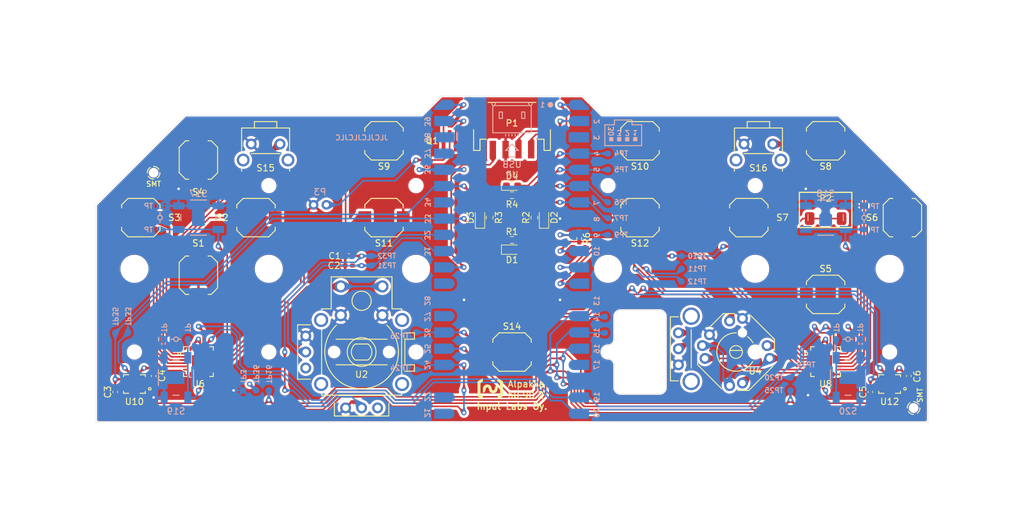
<source format=kicad_pcb>
(kicad_pcb (version 20240108) (generator "pcbnew") (generator_version "8.0")
  (title_block (title "Alpakka") (company "Input Labs Oy."))
  (layers (0 "F.Cu" signal) (1 "In1.Cu" signal) (2 "In2.Cu" signal) (31 "B.Cu" signal) (34 "B.Paste" user) (35 "F.Paste" user) (36 "B.SilkS" user "B.Silkscreen") (37 "F.SilkS" user "F.Silkscreen") (38 "B.Mask" user) (39 "F.Mask" user) (44 "Edge.Cuts" user))
  (net 0 "")
  (net 2 "GP20")
  (net 5 "GND")
  (net 7 "ADC0")
  (net 8 "ADC1")
  (net 9 "SPI_RX")
  (net 10 "SPI_CK")
  (net 11 "SPI_TX")
  (net 12 "Net-(D1-K)")
  (net 13 "GP2")
  (net 14 "GP3")
  (net 15 "GP4")
  (net 16 "GP5")
  (net 17 "GP8")
  (net 18 "GP9")
  (net 19 "GP7")
  (net 20 "GP6")
  (net 21 "A0")
  (net 22 "A1")
  (net 23 "RUN")
  (net 24 "A4")
  (net 25 "A3")
  (net 26 "B15")
  (net 27 "B10")
  (net 28 "B13")
  (net 29 "B11")
  (net 30 "A14")
  (net 31 "B0")
  (net 32 "A13")
  (net 33 "B1")
  (net 34 "A2")
  (net 35 "B12")
  (net 36 "A15")
  (net 37 "B14")
  (net 38 "A9")
  (net 39 "B7")
  (net 40 "I2C_SDA")
  (net 41 "I2C_SCL")
  (net 42 "A12")
  (net 43 "B6")
  (net 44 "B3")
  (net 45 "B2")
  (net 46 "B5")
  (net 47 "B4")
  (net 53 "Net-(D2-K)")
  (net 54 "Net-(D3-K)")
  (net 55 "Net-(D4-K)")
  (net 56 "CS1")
  (net 57 "CS0")
  (net 59 "GNDA")
  (net 60 "VCCA")
  (net 69 "UART_TX")
  (net 70 "UART_RX")
  (net 77 "VCC")
  (net 79 "A11")
  (net 80 "BAT")
  (net 81 "VBUS")
  (net 82 "VSYS")
  (net 83 "A10")
  (footprint "ILO_fp:Alpsalpine_SKPM" (layer "F.Cu") (at 149 42)
    (property "Reference" "S8")
    (property "Value" "y")
  )
  (footprint "ILO_fp:NPTH_4mm" (layer "F.Cu") (at 159 62)
    (property "Reference" "REF**" (hide yes))
    (property "Value" "NPTH_4mm" (hide yes))
  )
  (footprint "ILO_fp:Alpsalpine_SKPM" (layer "F.Cu") (at 60 54 180)
    (property "Reference" "S2")
    (property "Value" "right")
  )
  (footprint "Resistor_SMD:R_0402_1005Metric_Pad0.72x0.64mm_HandSolder" (layer "F.Cu") (at 110.5 57.25 -90)
    (property "Reference" "R6")
    (property "Value" "R6")
  )
  (footprint "ILO_fp:Alpsalpine_SKPM" (layer "F.Cu") (at 42 54)
    (property "Reference" "S3")
    (property "Value" "left")
  )
  (footprint "ILO_fp:Alpsalpine_SKPM" (layer "F.Cu") (at 80 42 180)
    (property "Reference" "S9")
    (property "Value" "select_1")
  )
  (footprint "ILO_fp:Alpsalpine_SKPM" (layer "F.Cu") (at 80 54 180)
    (property "Reference" "S11")
    (property "Value" "select_2")
  )
  (footprint "ILO_fp:Alpsalpine_SKPM" (layer "F.Cu") (at 120 42)
    (property "Reference" "S10")
    (property "Value" "start_1")
  )
  (footprint "ILO_fp:NPTH_4mm" (layer "F.Cu") (at 41 62)
    (property "Reference" "REF**" (hide yes))
    (property "Value" "NPTH_4mm" (hide yes))
  )
  (footprint "ILO_fp:NPTH_4mm" (layer "F.Cu") (at 62 62)
    (property "Reference" "REF**" (hide yes))
    (property "Value" "NPTH_4mm" (hide yes))
  )
  (footprint "ILO_fp:NPTH_4mm" (layer "F.Cu") (at 85 62)
    (property "Reference" "REF**" (hide yes))
    (property "Value" "NPTH_4mm" (hide yes))
  )
  (footprint "ILO_fp:NPTH_4mm" (layer "F.Cu") (at 115 62)
    (property "Reference" "REF**" (hide yes))
    (property "Value" "NPTH_4mm" (hide yes))
  )
  (footprint "ILO_fp:NPTH_4mm" (layer "F.Cu") (at 138 62)
    (property "Reference" "REF**" (hide yes))
    (property "Value" "NPTH_4mm" (hide yes))
  )
  (footprint "ILO_fp:Alpsalpine_SKPM" (layer "F.Cu") (at 149 66)
    (property "Reference" "S5")
    (property "Value" "a")
  )
  (footprint "ILO_fp:Alpsalpine_SKPM" (layer "F.Cu") (at 161 54 -90)
    (property "Reference" "S6")
    (property "Value" "b")
  )
  (footprint "ILO_fp:Alpsalpine_SKPM" (layer "F.Cu") (at 137 54)
    (property "Reference" "S7")
    (property "Value" "x")
  )
  (footprint "ILO_fp:Alpsalpine_SKPM" (layer "F.Cu") (at 51 63 90)
    (property "Reference" "S1")
    (property "Value" "down")
  )
  (footprint "ILO_fp:Alpsalpine_SKPM" (layer "F.Cu") (at 51 45 -90)
    (property "Reference" "S4")
    (property "Value" "up")
  )
  (footprint "ILO_fp:NPTH_2mm" (layer "F.Cu") (at 85 49)
    (property "Reference" "REF**" (hide yes))
    (property "Value" "NPTH_2mm" (hide yes))
  )
  (footprint "ILO_fp:NPTH_2mm" (layer "F.Cu") (at 62 49)
    (property "Reference" "REF**" (hide yes))
    (property "Value" "NPTH_2mm" (hide yes))
  )
  (footprint "ILO_fp:NPTH_2mm" (layer "F.Cu") (at 85 75)
    (property "Reference" "REF**" (hide yes))
    (property "Value" "NPTH_2mm" (hide yes))
  )
  (footprint "ILO_fp:NPTH_2mm" (layer "F.Cu") (at 62 75)
    (property "Reference" "REF**" (hide yes))
    (property "Value" "NPTH_2mm" (hide yes))
  )
  (footprint "ILO_fp:NPTH_2mm" (layer "F.Cu") (at 115 49)
    (property "Reference" "REF**" (hide yes))
    (property "Value" "NPTH_2mm" (hide yes))
  )
  (footprint "ILO_fp:NPTH_2mm" (layer "F.Cu") (at 138 49)
    (property "Reference" "REF**" (hide yes))
    (property "Value" "NPTH_2mm" (hide yes))
  )
  (footprint "ILO_fp:NPTH_2mm" (layer "F.Cu") (at 159 75)
    (property "Reference" "REF**" (hide yes))
    (property "Value" "NPTH_2mm" (hide yes))
  )
  (footprint "ILO_fp:NPTH_2mm" (layer "F.Cu") (at 138 75)
    (property "Reference" "REF**" (hide yes))
    (property "Value" "NPTH_2mm" (hide yes))
  )
  (footprint "ILO_fp:Alpsalpine_RKJXM1015004" (layer "F.Cu") (at 135 75)
    (property "Reference" "U4")
    (property "Value" "Alpsalpine_RKJXM")
  )
  (footprint "ILO_fp:JST_S4B-PH-SM4-K-TB" (layer "F.Cu") (at 100 40.5)
    (property "Reference" "P1")
    (property "Value" "Debug")
  )
  (footprint "ILO_fp:Alpsalpine_SKPM" (layer "F.Cu") (at 100 75 180)
    (property "Reference" "S14")
    (property "Value" "home")
  )
  (footprint "Capacitor_SMD:C_0402_1005Metric_Pad0.74x0.62mm_HandSolder" (layer "F.Cu") (at 74.5 60)
    (property "Reference" "C1")
    (property "Value" "C")
  )
  (footprint "ILO_fp:304D-262503" (layer "F.Cu") (at 149 53 180)
    (property "Reference" "P2")
    (property "Value" "Endpoint" (hide yes))
  )
  (footprint "Diode_SMD:D_0603_1608Metric_Pad1.05x0.95mm_HandSolder" (layer "F.Cu") (at 95 54 90)
    (property "Reference" "D3")
    (property "Value" "Diode")
  )
  (footprint "Diode_SMD:D_0603_1608Metric_Pad1.05x0.95mm_HandSolder" (layer "F.Cu") (at 100 49)
    (property "Reference" "D4")
    (property "Value" "Diode")
  )
  (footprint "Diode_SMD:D_0603_1608Metric_Pad1.05x0.95mm_HandSolder" (layer "F.Cu") (at 105 54 90)
    (property "Reference" "D2")
    (property "Value" "Diode")
  )
  (footprint "ILO_fp:Alpsalpine_RKJXV122400R" (layer "F.Cu") (at 76.5 75 180)
    (property "Reference" "U2")
    (property "Value" "Alpsalpine_RKJXV" (hide yes))
  )
  (footprint "ILO_fp:NPTH_2mm" (layer "F.Cu") (at 41 75)
    (property "Reference" "REF**" (hide yes))
    (property "Value" "NPTH_2mm" (hide yes))
  )
  (footprint "ILO_fp:Alpsalpine_SKPM" (layer "F.Cu") (at 120 54)
    (property "Reference" "S12")
    (property "Value" "start_2")
  )
  (footprint "ILO_fp:Alpsalpine_SKHHL" (layer "F.Cu") (at 61.5 42.5 180)
    (property "Reference" "S15")
    (property "Value" "l1")
  )
  (footprint "Capacitor_SMD:C_0402_1005Metric_Pad0.74x0.62mm_HandSolder" (layer "F.Cu") (at 74.5 61.5)
    (property "Reference" "C2")
    (property "Value" "C")
  )
  (footprint "ILO_fp:LGA14" (layer "F.Cu") (at 159 80 180)
    (property "Reference" "U12")
    (property "Value" "ST_LSM6" (hide yes))
  )
  (footprint "Capacitor_SMD:C_0402_1005Metric_Pad0.74x0.62mm_HandSolder" (layer "F.Cu") (at 162 78.75 90)
    (property "Reference" "C6")
    (property "Value" "C")
  )
  (footprint "Capacitor_SMD:C_0402_1005Metric_Pad0.74x0.62mm_HandSolder" (layer "F.Cu") (at 156 81.25 90)
    (property "Reference" "C5")
    (property "Value" "C")
  )
  (footprint "ILO_fp:Alpsalpine_SKHHL" (layer "F.Cu") (at 138.5 42.5 180)
    (property "Reference" "S16")
    (property "Value" "r1")
  )
  (footprint "Resistor_SMD:R_0603_1608Metric_Pad0.98x0.95mm_HandSolder" (layer "F.Cu") (at 100 57.5 180)
    (property "Reference" "R1")
    (property "Value" "R")
  )
  (footprint "Resistor_SMD:R_0603_1608Metric_Pad0.98x0.95mm_HandSolder" (layer "F.Cu") (at 103.5 54 -90)
    (property "Reference" "R2")
    (property "Value" "R")
  )
  (footprint "Resistor_SMD:R_0603_1608Metric_Pad0.98x0.95mm_HandSolder" (layer "F.Cu") (at 96.5 54 -90)
    (property "Reference" "R3")
    (property "Value" "R")
  )
  (footprint "Resistor_SMD:R_0603_1608Metric_Pad0.98x0.95mm_HandSolder" (layer "F.Cu") (at 100 50.5 180)
    (property "Reference" "R4")
    (property "Value" "R")
  )
  (footprint "Diode_SMD:D_0603_1608Metric_Pad1.05x0.95mm_HandSolder" (layer "F.Cu") (at 100 59)
    (property "Reference" "D1")
    (property "Value" "Diode")
  )
  (footprint "Capacitor_SMD:C_0402_1005Metric_Pad0.74x0.62mm_HandSolder" (layer "F.Cu") (at 38 81.25 90)
    (property "Reference" "C3")
    (property "Value" "C")
  )
  (footprint "Capacitor_SMD:C_0402_1005Metric_Pad0.74x0.62mm_HandSolder" (layer "F.Cu") (at 44 78.75 90)
    (property "Reference" "C4")
    (property "Value" "C")
  )
  (footprint "ILO_fp:QFN24" (layer "F.Cu") (at 149 76.5)
    (property "Reference" "U8")
    (property "Value" "PCAL6416A" (hide yes))
  )
  (footprint "ILO_fp:QFN24" (layer "F.Cu") (at 51 76.5)
    (property "Reference" "U6")
    (property "Value" "PCAL6416A" (hide yes))
  )
  (footprint "ILO_fp:NPTH_2mm" (layer "F.Cu") (at 44 47)
    (property "Reference" "REF**" (hide yes))
    (property "Value" "NPTH_2mm" (hide yes))
  )
  (footprint "NetTie:NetTie-2_SMD_Pad0.5mm" (layer "F.Cu") (at 56.5 79.6 90)
    (property "Reference" "NT1" (hide yes))
    (property "Value" "NetTie" (hide yes))
  )
  (footprint "ILO_fp:SOT-23-DGS" (layer "F.Cu") (at 90.25 42 90)
    (property "Reference" "Q1")
    (property "Value" "Q_PMOS_DGS")
  )
  (footprint "LOGO" (layer "F.Cu") (at 96.6 80.75)
    (property "Reference" "G***" (hide yes))
    (property "Value" "LOGO" (hide yes))
  )
  (footprint "" (layer "F.Cu") (at 162.75 83.75)
    (property "Reference" "")
    (property "Value" "")
  )
  (footprint "ILO_fp:LGA14" (layer "F.Cu") (at 41 80 180)
    (property "Reference" "U10")
    (property "Value" "ST_LSM6" (hide yes))
  )
  (footprint "ILO_fp:Alpsalpine_EC10E" (layer "F.Cu") (at 127 74.5 -90)
    (property "Reference" "U3" (hide yes))
    (property "Value" "Alpsalpine_EC10E" (hide yes))
  )
  (footprint "ILO_fp:Alpsalpine_SKQG" (layer "B.Cu") (at 51 54)
    (property "Reference" "S17")
    (property "Value" "l2" (hide yes))
  )
  (footprint "ILO_fp:Raspberry_Pico" (layer "B.Cu") (at 100 60.905 -90)
    (property "Reference" "U1" (hide yes))
    (property "Value" "Raspberry_Pico" (hide yes))
  )
  (footprint "ILO_fp:Alpsalpine_SKQG" (layer "B.Cu") (at 152.5 79 -90)
    (property "Reference" "S20")
    (property "Value" "r4" (hide yes))
  )
  (footprint "ILO_fp:Alpsalpine_SKQG" (layer "B.Cu") (at 149 54)
    (property "Reference" "S18")
    (property "Value" "r2" (hide yes))
  )
  (footprint "ILO_fp:Alpsalpine_SKQG" (layer "B.Cu") (at 47.5 79 90)
    (property "Reference" "S19")
    (property "Value" "l4" (hide yes))
  )
  (footprint "ILO_fp:Pad_1mm" (layer "B.Cu") (at 49.35 73 180)
    (property "Reference" "TP204" (hide yes))
    (property "Value" "Endpoint" (hide yes))
  )
  (footprint "ILO_fp:Pad_1mm" (layer "B.Cu") (at 62 81 180)
    (property "Reference" "TP16")
    (property "Value" "Endpoint" (hide yes))
  )
  (footprint "ILO_fp:Pad_1mm" (layer "B.Cu") (at 126.5 60 180)
    (property "Reference" "TP10")
    (property "Value" "Endpoint" (hide yes))
  )
  (footprint "ILO_fp:Pad_1mm" (layer "B.Cu") (at 40 72 180)
    (property "Reference" "TP33")
    (property "Value" "Endpoint" (hide yes))
  )
  (footprint "ILO_fp:Pad_1mm" (layer "B.Cu") (at 38 72 180)
    (property "Reference" "TP35")
    (property "Value" "Endpoint" (hide yes))
  )
  (footprint "ILO_fp:Pad_1mm" (layer "B.Cu") (at 115 56.7 180)
    (property "Reference" "TP9")
    (property "Value" "Endpoint" (hide yes))
  )
  (footprint "ILO_fp:Pad_1mm" (layer "B.Cu") (at 45 55.85 180)
    (property "Reference" "TP202" (hide yes))
    (property "Value" "Endpoint" (hide yes))
  )
  (footprint "ILO_fp:JST_PH_2_TH" (layer "B.Cu") (at 70 52 180)
    (property "Reference" "P3")
    (property "Value" "Conn_01x02")
  )
  (footprint "ILO_fp:Pad_1mm" (layer "B.Cu") (at 78 60 180)
    (property "Reference" "TP32")
    (property "Value" "Endpoint" (hide yes))
  )
  (footprint "ILO_fp:Pad_1mm" (layer "B.Cu") (at 85 71.9 180)
    (property "Reference" "TP26")
    (property "Value" "Endpoint" (hide yes))
  )
  (footprint "ILO_fp:Pad_1mm" (layer "B.Cu") (at 143.5 79 180)
    (property "Reference" "TP20")
    (property "Value" "Endpoint" (hide yes))
  )
  (footprint "ILO_fp:Pad_1mm" (layer "B.Cu") (at 114.5 69.5 180)
    (property "Reference" "TP14" (hide yes))
    (property "Value" "Endpoint" (hide yes))
  )
  (footprint "ILO_fp:Pad_1mm" (layer "B.Cu") (at 85 77.75 180)
    (property "Reference" "TP24")
    (property "Value" "Endpoint" (hide yes))
  )
  (footprint "ILO_fp:Pad_1mm" (layer "B.Cu") (at 126.5 64 180)
    (property "Reference" "TP12")
    (property "Value" "Endpoint" (hide yes))
  )
  (footprint "ILO_fp:Pad_1mm" (layer "B.Cu") (at 115 46.5 180)
    (property "Reference" "TP5")
    (property "Value" "Endpoint" (hide yes))
  )
  (footprint "ILO_fp:Pad_1mm" (layer "B.Cu") (at 154.35 73 180)
    (property "Reference" "TP103" (hide yes))
    (property "Value" "Endpoint" (hide yes))
  )
  (footprint "ILO_fp:Pad_1mm" (layer "B.Cu") (at 115 44 180)
    (property "Reference" "TP4")
    (property "Value" "Endpoint" (hide yes))
  )
  (footprint "ILO_fp:Pad_1mm" (layer "B.Cu") (at 115 51.6 180)
    (property "Reference" "TP6")
    (property "Value" "Endpoint" (hide yes))
  )
  (footprint "ILO_fp:Pad_1mm" (layer "B.Cu") (at 126.5 62 180)
    (property "Reference" "TP11")
    (property "Value" "Endpoint" (hide yes))
  )
  (footprint "ILO_fp:Pad_1mm" (layer "B.Cu") (at 115 54.1 180)
    (property "Reference" "TP7")
    (property "Value" "Endpoint" (hide yes))
  )
  (footprint "ILO_fp:Pad_1mm" (layer "B.Cu") (at 60 81 180)
    (property "Reference" "TP36")
    (property "Value" "Endpoint" (hide yes))
  )
  (footprint "ILO_fp:Pad_1mm" (layer "B.Cu") (at 114.5 72 180)
    (property "Reference" "TP15" (hide yes))
    (property "Value" "Endpoint" (hide yes))
  )
  (footprint "ILO_fp:Pad_1mm" (layer "B.Cu") (at 45.65 73 180)
    (property "Reference" "TP203" (hide yes))
    (property "Value" "Endpoint" (hide yes))
  )
  (footprint "ILO_fp:Pad_1mm" (layer "B.Cu") (at 155 55.85 180)
    (property "Reference" "TP102" (hide yes))
    (property "Value" "Endpoint" (hide yes))
  )
  (footprint "ILO_fp:Pad_1mm" (layer "B.Cu") (at 150.65 73 180)
    (property "Reference" "TP104" (hide yes))
    (property "Value" "Endpoint" (hide yes))
  )
  (footprint "ILO_fp:Pad_1mm" (layer "B.Cu") (at 155 52.15 180)
    (property "Reference" "TP101" (hide yes))
    (property "Value" "Endpoint" (hide yes))
  )
  (footprint "ILO_fp:Pad_1mm" (layer "B.Cu") (at 143.5 81 180)
    (property "Reference" "TP25")
    (property "Value" "Endpoint" (hide yes))
  )
  (footprint "ILO_fp:Pad_1mm" (layer "B.Cu") (at 45 52.15 180)
    (property "Reference" "TP201" (hide yes))
    (property "Value" "Endpoint" (hide yes))
  )
  (footprint "ILO_fp:Pad_1mm" (layer "B.Cu") (at 58 81 180)
    (property "Reference" "TP3")
    (property "Value" "Endpoint" (hide yes))
  )
  (footprint "ILO_fp:Pad_1mm" (layer "B.Cu") (at 143.5 77 180)
    (property "Reference" "TP19")
    (property "Value" "Endpoint" (hide yes))
  )
  (footprint "ILO_fp:Pad_1mm" (layer "B.Cu") (at 78 61.5 180)
    (property "Reference" "TP31")
    (property "Value" "Endpoint" (hide yes))
  )
  (gr_circle (center 155 54) (end 155.25 54.25) (stroke (width 0.16)) (fill none) (layer "B.SilkS"))
  (gr_line (start 152.853553 73) (end 153.25 73) (stroke (width 0.16)) (layer "B.SilkS"))
  (gr_line (start 100.5 41.25) (end 100.5 41) (stroke (width 0.16)) (layer "B.SilkS"))
  (gr_line (start 120.25 39.5) (end 118.75 39.5) (stroke (width 0.16)) (layer "B.SilkS"))
  (gr_line (start 99.5 44.5) (end 100.5 44.5) (stroke (width 0.16)) (layer "B.SilkS"))
  (gr_line (start 47.853553 73) (end 48.25 73) (stroke (width 0.16)) (layer "B.SilkS"))
  (gr_line (start 47.146447 73) (end 46.75 73) (stroke (width 0.16)) (layer "B.SilkS"))
  (gr_line (start 45 53.646447) (end 45 53.25) (stroke (width 0.16)) (layer "B.SilkS"))
  (gr_circle (center 152.5 73) (end 152.25 73.25) (stroke (width 0.16)) (fill none) (layer "B.SilkS"))
  (gr_line (start 100.5 44.5) (end 100.5 43.5) (stroke (width 0.16)) (layer "B.SilkS"))
  (gr_line (start 101 43.5) (end 100 42.5) (stroke (width 0.16)) (layer "B.SilkS"))
  (gr_line (start 155 54.353553) (end 155 54.75) (stroke (width 0.16)) (layer "B.SilkS"))
  (gr_circle (center 47.5 73) (end 47.25 73.25) (stroke (width 0.16)) (fill none) (layer "B.SilkS"))
  (gr_rect (start 117.75 41.5) (end 118.25 42) (stroke (width 0.16)) (fill solid) (layer "B.SilkS"))
  (gr_line (start 116 39.5) (end 114.5 39.5) (stroke (width 0.16)) (layer "B.SilkS"))
  (gr_line (start 45 54.353553) (end 45 54.75) (stroke (width 0.16)) (layer "B.SilkS"))
  (gr_line (start 102.5 36) (end 102.75 36.5) (stroke (width 0.16)) (layer "B.SilkS"))
  (gr_rect (start 119 41.5) (end 119.5 42) (stroke (width 0.16)) (fill solid) (layer "B.SilkS"))
  (gr_line (start 97.5 36) (end 102.5 36) (stroke (width 0.16)) (layer "B.SilkS"))
  (gr_rect (start 115.25 41.5) (end 115.75 42) (stroke (width 0.16)) (fill solid) (layer "B.SilkS"))
  (gr_line (start 114.5 42.75) (end 120.25 42.75) (stroke (width 0.16)) (layer "B.SilkS"))
  (gr_line (start 103 36.5) (end 103.25 36) (stroke (width 0.16)) (layer "B.SilkS"))
  (gr_line (start 116 38.75) (end 116 39.5) (stroke (width 0.16)) (layer "B.SilkS"))
  (gr_rect (start 101.5 37.5) (end 102 38.5) (stroke (width 0.16)) (fill none) (layer "B.SilkS"))
  (gr_line (start 99.5 43.5) (end 99.5 44.5) (stroke (width 0.16)) (layer "B.SilkS"))
  (gr_line (start 100 41.25) (end 100 41) (stroke (width 0.16)) (layer "B.SilkS"))
  (gr_line (start 118.75 38.75) (end 116 38.75) (stroke (width 0.16)) (layer "B.SilkS"))
  (gr_line (start 100 42.5) (end 99 43.5) (stroke (width 0.16)) (layer "B.SilkS"))
  (gr_line (start 99.5 41.25) (end 99.5 41) (stroke (width 0.16)) (layer "B.SilkS"))
  (gr_line (start 100.5 43.5) (end 101 43.5) (stroke (width 0.16)) (layer "B.SilkS"))
  (gr_line (start 155 53.646447) (end 155 53.25) (stroke (width 0.16)) (layer "B.SilkS"))
  (gr_circle (center 106 36.3728) (end 106.353553 36.3728) (stroke (width 0.16)) (fill solid) (layer "B.SilkS"))
  (gr_rect (start 97 36.5) (end 103 40.75) (stroke (width 0.16)) (fill none) (layer "B.SilkS"))
  (gr_line (start 152.146447 73) (end 151.75 73) (stroke (width 0.16)) (layer "B.SilkS"))
  (gr_line (start 101 41.25) (end 101 41) (stroke (width 0.16)) (layer "B.SilkS"))
  (gr_line (start 120.25 42.75) (end 120.25 39.5) (stroke (width 0.16)) (layer "B.SilkS"))
  (gr_line (start 99 41.25) (end 99 41) (stroke (width 0.16)) (layer "B.SilkS"))
  (gr_line (start 97.25 36.5) (end 97.5 36) (stroke (width 0.16)) (layer "B.SilkS"))
  (gr_line (start 99 43.5) (end 99.5 43.5) (stroke (width 0.16)) (layer "B.SilkS"))
  (gr_line (start 118.75 39.5) (end 118.75 38.75) (stroke (width 0.16)) (layer "B.SilkS"))
  (gr_rect (start 98 37.5) (end 98.5 38.5) (stroke (width 0.16)) (fill none) (layer "B.SilkS"))
  (gr_circle (center 45 54) (end 45.25 54.25) (stroke (width 0.16)) (fill none) (layer "B.SilkS"))
  (gr_line (start 114.5 39.5) (end 114.5 42.75) (stroke (width 0.16)) (layer "B.SilkS"))
  (gr_rect (start 116.5 41.5) (end 117 42) (stroke (width 0.16)) (fill solid) (layer "B.SilkS"))
  (gr_line (start 97 36.5) (end 96.75 36) (stroke (width 0.16)) (layer "B.SilkS"))
  (gr_arc (start 162.75 82.75) (mid 163.221847 82.868345) (end 163.58205 83.1953) (stroke (width 0.153)) (layer "F.SilkS"))
  (gr_arc (start 44 46) (mid 44.471847 46.118345) (end 44.83205 46.4453) (stroke (width 0.153)) (layer "F.SilkS"))
  (gr_arc (start 43 47) (mid 43.118345 46.528153) (end 43.4453 46.16795) (stroke (width 0.153)) (layer "F.SilkS"))
  (gr_arc (start 163.75 83.75) (mid 163.631655 84.221847) (end 163.3047 84.58205) (stroke (width 0.153)) (layer "F.SilkS"))
  (gr_arc (start 44 48) (mid 43.528153 47.881655) (end 43.16795 47.5547) (stroke (width 0.153)) (layer "F.SilkS"))
  (gr_arc (start 45 47) (mid 44.881655 47.471847) (end 44.5547 47.83205) (stroke (width 0.153)) (layer "F.SilkS"))
  (gr_arc (start 161.75 83.75) (mid 161.868345 83.278153) (end 162.1953 82.91795) (stroke (width 0.153)) (layer "F.SilkS"))
  (gr_arc (start 162.75 84.75) (mid 162.278153 84.631655) (end 161.91795 84.3047) (stroke (width 0.153)) (layer "F.SilkS"))
  (gr_line (start 100 35) (end 89 35) (stroke (width 0.05)) (layer "Edge.Cuts"))
  (gr_line (start 89 35) (end 86 38) (stroke (width 0.05)) (layer "Edge.Cuts"))
  (gr_line (start 111 35) (end 114 38) (stroke (width 0.05)) (layer "Edge.Cuts"))
  (gr_line (start 100 35) (end 111 35) (stroke (width 0.05)) (layer "Edge.Cuts"))
  (gr_line (start 35 86) (end 165 86) (stroke (width 0.05)) (layer "Edge.Cuts"))
  (gr_line (start 114 38) (end 151 38) (stroke (width 0.05)) (layer "Edge.Cuts"))
  (gr_line (start 116 69.5) (end 116 73) (stroke (width 0.05)) (layer "Edge.Cuts"))
  (gr_arc (start 116 73) (mid 115.707107 73.707107) (end 115 74) (stroke (width 0.05)) (layer "Edge.Cuts"))
  (gr_line (start 151 38) (end 165 52) (stroke (width 0.05)) (layer "Edge.Cuts"))
  (gr_line (start 117 81.5) (end 123 81.5) (stroke (width 0.05)) (layer "Edge.Cuts"))
  (gr_arc (start 116 69.5) (mid 116.292893 68.792893) (end 117 68.5) (stroke (width 0.05)) (layer "Edge.Cuts"))
  (gr_arc (start 114 75) (mid 114.292893 74.292893) (end 115 74) (stroke (width 0.05)) (layer "Edge.Cuts"))
  (gr_line (start 124 69.5) (end 124 80.5) (stroke (width 0.05)) (layer "Edge.Cuts"))
  (gr_line (start 116 80.5) (end 116 77) (stroke (width 0.05)) (layer "Edge.Cuts"))
  (gr_line (start 117 68.5) (end 123 68.5) (stroke (width 0.05)) (layer "Edge.Cuts"))
  (gr_arc (start 123 68.5) (mid 123.707107 68.792893) (end 124 69.5) (stroke (width 0.05)) (layer "Edge.Cuts"))
  (gr_line (start 165 86) (end 165 52) (stroke (width 0.05)) (layer "Edge.Cuts"))
  (gr_arc (start 115 76) (mid 114.292893 75.707107) (end 114 75) (stroke (width 0.05)) (layer "Edge.Cuts"))
  (gr_line (start 49 38) (end 35 52) (stroke (width 0.05)) (layer "Edge.Cuts"))
  (gr_arc (start 117 81.5) (mid 116.292893 81.207107) (end 116 80.5) (stroke (width 0.05)) (layer "Edge.Cuts"))
  (gr_line (start 35 86) (end 35 52) (stroke (width 0.05)) (layer "Edge.Cuts"))
  (gr_line (start 86 38) (end 49 38) (stroke (width 0.05)) (layer "Edge.Cuts"))
  (gr_arc (start 124 80.5) (mid 123.707107 81.207107) (end 123 81.5) (stroke (width 0.05)) (layer "Edge.Cuts"))
  (gr_arc (start 115 76) (mid 115.707107 76.292893) (end 116 77) (stroke (width 0.05)) (layer "Edge.Cuts"))
  (gr_text "17\n" (at 113.25 77 90) (layer "B.SilkS") (effects (font (size 0.8 0.8) (thickness 0.153)) (justify mirror)))
  (gr_text "28\n" (at 86.75 67 270) (layer "B.SilkS") (effects (font (size 0.8 0.8) (thickness 0.153)) (justify mirror)))
  (gr_text "JLCJLCJLCJLC" (at 76.5 41.5 0) (layer "B.SilkS") (effects (font (size 0.8 0.8)) (justify mirror)))
  (gr_text "15\n" (at 113.25 72 90) (layer "B.SilkS") (effects (font (size 0.8 0.8) (thickness 0.153)) (justify mirror)))
  (gr_text "1" (at 119.25 40.75 180) (layer "B.SilkS") (effects (font (size 0.8 0.8) (thickness 0.153)) (justify mirror)))
  (gr_text "3" (at 116.75 40.75 180) (layer "B.SilkS") (effects (font (size 0.8 0.8) (thickness 0.153)) (justify mirror)))
  (gr_text "4" (at 113.25 44 90) (layer "B.SilkS") (effects (font (size 0.8 0.8) (thickness 0.153)) (justify mirror)))
  (gr_text "32\n" (at 86.75 56.75 270) (layer "B.SilkS") (effects (font (size 0.8 0.8) (thickness 0.153)) (justify mirror)))
  (gr_text "2" (at 118 40.75 180) (layer "B.SilkS") (effects (font (size 0.8 0.8) (thickness 0.153)) (justify mirror)))
  (gr_text "20" (at 113.25 84.5 90) (layer "B.SilkS") (effects (font (size 0.8 0.8) (thickness 0.153)) (justify mirror)))
  (gr_text "2" (at 113.25 39 90) (layer "B.SilkS") (effects (font (size 0.8 0.8) (thickness 0.153)) (justify mirror)))
  (gr_text "TP" (at 150.65 72 270) (layer "B.SilkS") (effects (font (size 0.8 0.8) (thickness 0.153)) (justify left mirror)))
  (gr_text "25\n" (at 86.75 74.5 270) (layer "B.SilkS") (effects (font (size 0.8 0.8) (thickness 0.153)) (justify mirror)))
  (gr_text "TP" (at 157.5 52.25 0) (layer "B.SilkS") (effects (font (size 0.8 0.8) (thickness 0.153)) (justify left mirror)))
  (gr_text "36\n" (at 86.75 46.5 270) (layer "B.SilkS") (effects (font (size 0.8 0.8) (thickness 0.153)) (justify mirror)))
  (gr_text "39\n" (at 86.75 39 270) (layer "B.SilkS") (effects (font (size 0.8 0.8) (thickness 0.153)) (justify mirror)))
  (gr_text "TP" (at 49.3 72 270) (layer "B.SilkS") (effects (font (size 0.8 0.8) (thickness 0.153)) (justify left mirror)))
  (gr_text "3" (at 113.25 41.5 90) (layer "B.SilkS") (effects (font (size 0.8 0.8) (thickness 0.153)) (justify mirror)))
  (gr_text "26\n" (at 86.75 72 270) (layer "B.SilkS") (effects (font (size 0.8 0.8) (thickness 0.153)) (justify mirror)))
  (gr_text "TP" (at 44 52.2 0) (layer "B.SilkS") (effects (font (size 0.8 0.8) (thickness 0.153)) (justify left mirror)))
  (gr_text "7" (at 113.25 51.7 90) (layer "B.SilkS") (effects (font (size 0.8 0.8) (thickness 0.153)) (justify mirror)))
  (gr_text "24\n" (at 86.75 77 270) (layer "B.SilkS") (effects (font (size 0.8 0.8) (thickness 0.153)) (justify mirror)))
  (gr_text "16" (at 113.25 74.5 90) (layer "B.SilkS") (effects (font (size 0.8 0.8) (thickness 0.153)) (justify mirror)))
  (gr_text "TP" (at 44 55.9 0) (layer "B.SilkS") (effects (font (size 0.8 0.8) (thickness 0.153)) (justify left mirror)))
  (gr_text "8" (at 113.25 54.25 90) (layer "B.SilkS") (effects (font (size 0.8 0.8) (thickness 0.153)) (justify mirror)))
  (gr_text "27\n" (at 86.75 69.5 270) (layer "B.SilkS") (effects (font (size 0.8 0.8) (thickness 0.153)) (justify mirror)))
  (gr_text "21\n" (at 86.75 84.5 270) (layer "B.SilkS") (effects (font (size 0.8 0.8) (thickness 0.153)) (justify mirror)))
  (gr_text "22\n" (at 86.75 82 270) (layer "B.SilkS") (effects (font (size 0.8 0.8) (thickness 0.153)) (justify mirror)))
  (gr_text "31\n" (at 86.75 59.25 270) (layer "B.SilkS") (effects (font (size 0.8 0.8) (thickness 0.153)) (justify mirror)))
  (gr_text "14\n" (at 113.25 69.5 90) (layer "B.SilkS") (effects (font (size 0.8 0.8) (thickness 0.153)) (justify mirror)))
  (gr_text "USB\nUP" (at 100 46.5 0) (layer "B.SilkS") (effects (font (size 1 1) (thickness 0.16)) (justify mirror)))
  (gr_text "34" (at 86.8 51.6 270) (layer "B.SilkS") (effects (font (size 0.8 0.8) (thickness 0.153)) (justify mirror)))
  (gr_text "TP" (at 45.6 72 270) (layer "B.SilkS") (effects (font (size 0.8 0.8) (thickness 0.153)) (justify left mirror)))
  (gr_text "5\n" (at 113.25 46.5 90) (layer "B.SilkS") (effects (font (size 0.8 0.8) (thickness 0.153)) (justify mirror)))
  (gr_text "33" (at 86.8 54.2 270) (layer "B.SilkS") (effects (font (size 0.8 0.8) (thickness 0.153)) (justify mirror)))
  (gr_text "37\n" (at 86.75 44 270) (layer "B.SilkS") (effects (font (size 0.8 0.8) (thickness 0.153)) (justify mirror)))
  (gr_text "TP" (at 157.5 55.95 0) (layer "B.SilkS") (effects (font (size 0.8 0.8) (thickness 0.153)) (justify left mirror)))
  (gr_text "38\n" (at 86.75 41.5 270) (layer "B.SilkS") (effects (font (size 0.8 0.8) (thickness 0.153)) (justify mirror)))
  (gr_text "1" (at 104.7496 36.3728 0) (layer "B.SilkS") (effects (font (size 0.8 0.8) (thickness 0.153)) (justify mirror)))
  (gr_text "19" (at 113.25 82 90) (layer "B.SilkS") (effects (font (size 0.8 0.8) (thickness 0.153)) (justify mirror)))
  (gr_text "9" (at 113.25 56.75 90) (layer "B.SilkS") (effects (font (size 0.8 0.8) (thickness 0.153)) (justify mirror)))
  (gr_text "10\n" (at 113.25 59.25 90) (layer "B.SilkS") (effects (font (size 0.8 0.8) (thickness 0.153)) (justify mirror)))
  (gr_text "TP" (at 154.35 72 270) (layer "B.SilkS") (effects (font (size 0.8 0.8) (thickness 0.153)) (justify left mirror)))
  (gr_text "30" (at 115.5 40.5 90) (layer "B.SilkS") (effects (font (size 0.8 0.8) (thickness 0.153)) (justify mirror)))
  (gr_text "13\n" (at 113.25 67 90) (layer "B.SilkS") (effects (font (size 0.8 0.8) (thickness 0.153)) (justify mirror)))
  (gr_text "Input Labs Oy." (at 100 83.5 0) (layer "F.SilkS") (effects (font (size 1 1) (thickness 0.2))))
  (gr_text "Alpakka" (at 99.25 80 0) (layer "F.SilkS") (effects (font (size 1 1) (thickness 0.16)) (justify left)))
  (gr_text "b0.90.2" (at 99.2 81.75 0) (layer "F.SilkS") (effects (font (size 1 1) (thickness 0.16)) (justify left)))
  (gr_text "SMT" (at 163.75 81.75 90) (layer "F.SilkS") (effects (font (size 0.8 0.8) (thickness 0.153))))
  (gr_text "SMT" (at 44 48.75 0) (layer "F.SilkS") (effects (font (size 0.8 0.8) (thickness 0.153))))
  (segment (start 95.57 75) (end 97 75) (width 0.25) (layer "F.Cu") (net 2))
  (segment (start 92.5 71.93) (end 95.57 75) (width 0.25) (layer "F.Cu") (net 2))
  (via (at 92.5 71.93) (size 0.8) (drill 0.4) (layers "F.Cu" "B.Cu") (net 2))
  (segment (start 88.7 71.93) (end 92.5 71.93) (width 0.25) (layer "B.Cu") (net 2))
  (segment (start 88.7 71.93) (end 85 71.93) (width 0.25) (layer "B.Cu") (net 2))
  (segment (start 159 78.852) (end 159 77.5) (width 0.25) (layer "F.Cu") (net 5))
  (segment (start 160.398 79.75) (end 161.01 79.75) (width 0.25) (layer "F.Cu") (net 5))
  (segment (start 41 77.5) (end 41 78.852) (width 0.25) (layer "F.Cu") (net 5))
  (segment (start 161.01 79.75) (end 161.4425 79.3175) (width 0.25) (layer "F.Cu") (net 5))
  (segment (start 160.398 79.75) (end 160.398 80.25) (width 0.25) (layer "F.Cu") (net 5))
  (segment (start 44 79.25) (end 45 79.25) (width 0.25) (layer "F.Cu") (net 5))
  (segment (start 42.398 80.25) (end 42.398 79.75) (width 0.25) (layer "F.Cu") (net 5))
  (segment (start 43 80.25) (end 43.25 80.25) (width 0.25) (layer "F.Cu") (net 5))
  (segment (start 56.5 80.099999) (end 56.5 81) (width 0.25) (layer "F.Cu") (net 5))
  (segment (start 160.398 80.25) (end 161.25 80.25) (width 0.25) (layer "F.Cu") (net 5))
  (segment (start 42.398 80.25) (end 43 80.25) (width 0.25) (layer "F.Cu") (net 5))
  (segment (start 161.4425 79.3175) (end 162 79.3175) (width 0.25) (layer "F.Cu") (net 5))
  (via (at 107.5 54.15) (size 0.8) (drill 0.4) (layers "F.Cu" "B.Cu") (net 5))
  (via (at 44 82.1) (size 0.8) (drill 0.4) (layers "F.Cu" "B.Cu") (net 5))
  (via (at 56.5 81) (size 0.8) (drill 0.4) (layers "F.Cu" "B.Cu") (net 5))
  (via (at 145.9 49.5) (size 0.8) (drill 0.4) (layers "F.Cu" "B.Cu") (net 5))
  (via (at 92.5 66.85) (size 0.8) (drill 0.4) (layers "F.Cu" "B.Cu") (net 5))
  (via (at 107.5 66.85) (size 0.8) (drill 0.4) (layers "F.Cu" "B.Cu") (net 5))
  (via (at 47.9 49.5) (size 0.8) (drill 0.4) (layers "F.Cu" "B.Cu") (net 5))
  (via (at 146.25 81.75) (size 0.8) (drill 0.4) (layers "F.Cu" "B.Cu") (net 5))
  (segment (start 47.9 52.15) (end 54.1 52.15) (width 0.25) (layer "B.Cu") (net 5))
  (segment (start 45.65 75.9) (end 45.65 82.1) (width 0.25) (layer "B.Cu") (net 5))
  (segment (start 154.35 75.9) (end 154.35 82.1) (width 0.25) (layer "B.Cu") (net 5))
  (segment (start 45.65 82.1) (end 44 82.1) (width 0.25) (layer "B.Cu") (net 5))
  (segment (start 146.25 81.75) (end 146.25 82.75) (width 0.25) (layer "B.Cu") (net 5))
  (segment (start 153.75 84) (end 154.35 83.4) (width 0.25) (layer "B.Cu") (net 5))
  (segment (start 154.35 83.4) (end 154.35 82.1) (width 0.25) (layer "B.Cu") (net 5))
  (segment (start 45.65 75.9) (end 45.65 73.1) (width 0.25) (layer "B.Cu") (net 5))
  (segment (start 154.35 75.9) (end 154.35 73.1) (width 0.25) (layer "B.Cu") (net 5))
  (segment (start 152.1 52.15) (end 145.9 52.15) (width 0.25) (layer "B.Cu") (net 5))
  (segment (start 47.9 52.15) (end 45 52.15) (width 0.25) (layer "B.Cu") (net 5))
  (segment (start 152.1 52.15) (end 155 52.15) (width 0.25) (layer "B.Cu") (net 5))
  (segment (start 58 81) (end 56.5 81) (width 0.25) (layer "B.Cu") (net 5))
  (segment (start 111.3 54.15) (end 107.5 54.15) (width 0.25) (layer "B.Cu") (net 5))
  (segment (start 88.7 66.85) (end 92.5 66.85) (width 0.25) (layer "B.Cu") (net 5))
  (segment (start 145.9 52.15) (end 145.9 49.5) (width 0.25) (layer "B.Cu") (net 5))
  (segment (start 111.3 66.85) (end 107.5 66.85) (width 0.25) (layer "B.Cu") (net 5))
  (segment (start 146.25 82.75) (end 147.5 84) (width 0.25) (layer "B.Cu") (net 5))
  (segment (start 47.9 52.15) (end 47.9 49.5) (width 0.25) (layer "B.Cu") (net 5))
  (segment (start 147.5 84) (end 153.75 84) (width 0.25) (layer "B.Cu") (net 5))
  (segment (start 76.5 61.5) (end 75.999988 61.5) (width 0.25) (layer "F.Cu") (net 7))
  (segment (start 75.999988 61.5) (end 75 61.5) (width 0.25) (layer "F.Cu") (net 7))
  (via (at 76.5 61.5) (size 0.8) (drill 0.4) (layers "F.Cu" "B.Cu") (net 7))
  (segment (start 85.75 57.2) (end 87.78 59.23) (width 0.25) (layer "B.Cu") (net 7))
  (segment (start 82.8 57.2) (end 85.75 57.2) (width 0.25) (layer "B.Cu") (net 7))
  (segment (start 87.78 59.23) (end 88.7 59.23) (width 0.25) (layer "B.Cu") (net 7))
  (segment (start 65 73.5) (end 66.5 75) (width 0.25) (layer "B.Cu") (net 7))
  (segment (start 78 61.5) (end 78.5 61.5) (width 0.25) (layer "B.Cu") (net 7))
  (segment (start 66.5 75) (end 67.77 75) (width 0.25) (layer "B.Cu") (net 7))
  (segment (start 70.5 61.5) (end 65 67) (width 0.25) (layer "B.Cu") (net 7))
  (segment (start 76.5 61.5) (end 78 61.5) (width 0.25) (layer "B.Cu") (net 7))
  (segment (start 78.5 61.5) (end 82.8 57.2) (width 0.25) (layer "B.Cu") (net 7))
  (segment (start 65 67) (end 65 73.5) (width 0.25) (layer "B.Cu") (net 7))
  (segment (start 76.5 61.5) (end 70.5 61.5) (width 0.25) (layer "B.Cu") (net 7))
  (segment (start 75 60) (end 76.5 60) (width 0.25) (layer "F.Cu") (net 8))
  (segment (start 64.5 75) (end 64.5 81) (width 0.25) (layer "F.Cu") (net 8))
  (via (at 64.5 75) (size 0.8) (drill 0.4) (layers "F.Cu" "B.Cu") (net 8))
  (via (at 64.5 81) (size 0.8) (drill 0.4) (layers "F.Cu" "B.Cu") (net 8))
  (via (at 76.5 60) (size 0.8) (drill 0.4) (layers "F.Cu" "B.Cu") (net 8))
  (segment (start 78 60) (end 79.25 60) (width 0.25) (layer "B.Cu") (net 8))
  (segment (start 64.5 81) (end 65.75 81) (width 0.25) (layer "B.Cu") (net 8))
  (segment (start 82.56 56.69) (end 88.7 56.69) (width 0.25) (layer "B.Cu") (net 8))
  (segment (start 76.5 60) (end 75.5 61) (width 0.25) (layer "B.Cu") (net 8))
  (segment (start 79.25 60) (end 82.56 56.69) (width 0.25) (layer "B.Cu") (net 8))
  (segment (start 65.75 81) (end 68.25 83.5) (width 0.25) (layer "B.Cu") (net 8))
  (segment (start 64.5 66.75) (end 64.5 75) (width 0.25) (layer "B.Cu") (net 8))
  (segment (start 76.5 83.5) (end 76.5 83.73) (width 0.25) (layer "B.Cu") (net 8))
  (segment (start 68.25 83.5) (end 71.25 83.5) (width 0.25) (layer "B.Cu") (net 8))
  (segment (start 72.75 82) (end 75 82) (width 0.25) (layer "B.Cu") (net 8))
  (segment (start 71.25 83.5) (end 72.75 82) (width 0.25) (layer "B.Cu") (net 8))
  (segment (start 75.5 61) (end 70.25 61) (width 0.25) (layer "B.Cu") (net 8))
  (segment (start 75 82) (end 76.5 83.5) (width 0.25) (layer "B.Cu") (net 8))
  (segment (start 70.25 61) (end 64.5 66.75) (width 0.25) (layer "B.Cu") (net 8))
  (segment (start 76.5 60) (end 78 60) (width 0.25) (layer "B.Cu") (net 8))
  (segment (start 160.398 82.102) (end 160.398 80.75) (width 0.25) (layer "F.Cu") (net 9))
  (segment (start 110.75 84.5) (end 158 84.5) (width 0.25) (layer "F.Cu") (net 9))
  (segment (start 61.5 83) (end 43 83) (width 0.25) (layer "F.Cu") (net 9))
  (segment (start 43 83) (end 42.398 82.398) (width 0.25) (layer "F.Cu") (net 9))
  (segment (start 108 80) (end 108.75 80) (width 0.25) (layer "F.Cu") (net 9))
  (segment (start 72.5 80.5) (end 70 83) (width 0.25) (layer "F.Cu") (net 9))
  (segment (start 42.398 82.398) (end 42.398 80.75) (width 0.25) (layer "F.Cu") (net 9))
  (segment (start 108 76) (end 106 76) (width 0.25) (layer "F.Cu") (net 9))
  (segment (start 82 82) (end 80.5 80.5) (width 0.25) (layer "F.Cu") (net 9))
  (segment (start 104.25 77.75) (end 104.25 81.25) (width 0.25) (layer "F.Cu") (net 9))
  (segment (start 158 84.5) (end 160.398 82.102) (width 0.25) (layer "F.Cu") (net 9))
  (segment (start 62.5 83) (end 62 82.5) (width 0.25) (layer "F.Cu") (net 9))
  (segment (start 62 82.5) (end 61.5 83) (width 0.25) (layer "F.Cu") (net 9))
  (segment (start 70 83) (end 62.5 83) (width 0.25) (layer "F.Cu") (net 9))
  (segment (start 109.25 83) (end 110.75 84.5) (width 0.25) (layer "F.Cu") (net 9))
  (segment (start 80.5 80.5) (end 72.5 80.5) (width 0.25) (layer "F.Cu") (net 9))
  (segment (start 106 76) (end 104.25 77.75) (width 0.25) (layer "F.Cu") (net 9))
  (segment (start 109.25 80.5) (end 109.25 83) (width 0.25) (layer "F.Cu") (net 9))
  (segment (start 108.75 80) (end 109.25 80.5) (width 0.25) (layer "F.Cu") (net 9))
  (segment (start 104.25 81.25) (end 103.5 82) (width 0.25) (layer "F.Cu") (net 9))
  (segment (start 103.5 82) (end 82 82) (width 0.25) (layer "F.Cu") (net 9))
  (via (at 108 80) (size 0.8) (drill 0.4) (layers "F.Cu" "B.Cu") (net 9))
  (via (at 108 76) (size 0.8) (drill 0.4) (layers "F.Cu" "B.Cu") (net 9))
  (via (at 62 82.5) (size 0.8) (drill 0.4) (layers "F.Cu" "B.Cu") (net 9))
  (segment (start 62 82.5) (end 62 81) (width 0.25) (layer "B.Cu") (net 9))
  (segment (start 108 76) (end 108 75.25) (width 0.25) (layer "B.Cu") (net 9))
  (segment (start 108.78 74.47) (end 111.3 74.47) (width 0.25) (layer "B.Cu") (net 9))
  (segment (start 108 75.25) (end 108.78 74.47) (width 0.25) (layer "B.Cu") (net 9))
  (segment (start 108 80) (end 108 76) (width 0.25) (layer "B.Cu") (net 9))
  (segment (start 110.25 82.5) (end 111.25 83.5) (width 0.25) (layer "F.Cu") (net 10))
  (segment (start 104 83) (end 81.5 83) (width 0.25) (layer "F.Cu") (net 10))
  (segment (start 105.5 78) (end 105.25 78.25) (width 0.25) (layer "F.Cu") (net 10))
  (segment (start 159 82) (end 159 81.148) (width 0.25) (layer "F.Cu") (net 10))
  (segment (start 105.25 81.75) (end 104 83) (width 0.25) (layer "F.Cu") (net 10))
  (segment (start 110.25 80) (end 110.25 82.5) (width 0.25) (layer "F.Cu") (net 10))
  (segment (start 81.5 83) (end 80 81.5) (width 0.25) (layer "F.Cu") (net 10))
  (segment (start 70.5 84) (end 42 84) (width 0.25) (layer "F.Cu") (net 10))
  (segment (start 157.5 83.5) (end 159 82) (width 0.25) (layer "F.Cu") (net 10))
  (segment (start 80 81.5) (end 73 81.5) (width 0.25) (layer "F.Cu") (net 10))
  (segment (start 73 81.5) (end 70.5 84) (width 0.25) (layer "F.Cu") (net 10))
  (segment (start 106 78) (end 108.25 78) (width 0.25) (layer "F.Cu") (net 10))
  (segment (start 106 78) (end 105.5 78) (width 0.25) (layer "F.Cu") (net 10))
  (segment (start 42 84) (end 41 83) (width 0.25) (layer "F.Cu") (net 10))
  (segment (start 41 83) (end 41 81.148) (width 0.25) (layer "F.Cu") (net 10))
  (segment (start 108.25 78) (end 110.25 80) (width 0.25) (layer "F.Cu") (net 10))
  (segment (start 105.25 78.25) (end 105.25 81.75) (width 0.25) (layer "F.Cu") (net 10))
  (segment (start 111.25 83.5) (end 157.5 83.5) (width 0.25) (layer "F.Cu") (net 10))
  (via (at 106 78) (size 0.8) (drill 0.4) (layers "F.Cu" "B.Cu") (net 10))
  (segment (start 111.89 69.39) (end 112 69.5) (width 0.25) (layer "B.Cu") (net 10))
  (segment (start 111.3 69.39) (end 111.89 69.39) (width 0.25) (layer "B.Cu") (net 10))
  (segment (start 106 72.25) (end 108.86 69.39) (width 0.25) (layer "B.Cu") (net 10))
  (segment (start 106 78) (end 106 72.25) (width 0.25) (layer "B.Cu") (net 10))
  (segment (start 112 69.5) (end 114.5 69.5) (width 0.25) (layer "B.Cu") (net 10))
  (segment (start 108.86 69.39) (end 111.3 69.39) (width 0.25) (layer "B.Cu") (net 10))
  (segment (start 81.75 82.5) (end 80.25 81) (width 0.25) (layer "F.Cu") (net 11))
  (segment (start 109.75 82.75) (end 111 84) (width 0.25) (layer "F.Cu") (net 11))
  (segment (start 104.75 78) (end 104.75 81.5) (width 0.25) (layer "F.Cu") (net 11))
  (segment (start 107 79) (end 108.5 79) (width 0.25) (layer "F.Cu") (net 11))
  (segment (start 104.75 81.5) (end 103.75 82.5) (width 0.25) (layer "F.Cu") (net 11))
  (segment (start 103.75 82.5) (end 81.75 82.5) (width 0.25) (layer "F.Cu") (net 11))
  (segment (start 111 84) (end 157.75 84) (width 0.25) (layer "F.Cu") (net 11))
  (segment (start 42.5 83.5) (end 41.5 82.5) (width 0.25) (layer "F.Cu") (net 11))
  (segment (start 159.5 82.25) (end 159.5 81.148) (width 0.25) (layer "F.Cu") (net 11))
  (segment (start 105.75 77) (end 104.75 78) (width 0.25) (layer "F.Cu") (net 11))
  (segment (start 109.75 80.25) (end 109.75 82.75) (width 0.25) (layer "F.Cu") (net 11))
  (segment (start 41.5 82.5) (end 41.5 81.148) (width 0.25) (layer "F.Cu") (net 11))
  (segment (start 108.5 79) (end 109.75 80.25) (width 0.25) (layer "F.Cu") (net 11))
  (segment (start 72.75 81) (end 70.25 83.5) (width 0.25) (layer "F.Cu") (net 11))
  (segment (start 80.25 81) (end 72.75 81) (width 0.25) (layer "F.Cu") (net 11))
  (segment (start 70.25 83.5) (end 42.5 83.5) (width 0.25) (layer "F.Cu") (net 11))
  (segment (start 107 77) (end 105.75 77) (width 0.25) (layer "F.Cu") (net 11))
  (segment (start 157.75 84) (end 159.5 82.25) (width 0.25) (layer "F.Cu") (net 11))
  (via (at 107 79) (size 0.8) (drill 0.4) (layers "F.Cu" "B.Cu") (net 11))
  (via (at 107 77) (size 0.8) (drill 0.4) (layers "F.Cu" "B.Cu") (net 11))
  (segment (start 107 73.75) (end 108.82 71.93) (width 0.25) (layer "B.Cu") (net 11))
  (segment (start 107 79) (end 107 77) (width 0.25) (layer "B.Cu") (net 11))
  (segment (start 111.3 71.93) (end 111.37 72) (width 0.25) (layer "B.Cu") (net 11))
  (segment (start 108.82 71.93) (end 111.3 71.93) (width 0.25) (layer "B.Cu") (net 11))
  (segment (start 107 77) (end 107 73.75) (width 0.25) (layer "B.Cu") (net 11))
  (segment (start 111.37 72) (end 114.5 72) (width 0.25) (layer "B.Cu") (net 11))
  (segment (start 99.25 59) (end 99.25 57.5) (width 0.25) (layer "F.Cu") (net 12))
  (segment (start 102.5 49) (end 100.75 49) (width 0.25) (layer "F.Cu") (net 13))
  (segment (start 107.5 44) (end 102.5 49) (width 0.25) (layer "F.Cu") (net 13))
  (via (at 107.5 44) (size 0.8) (drill 0.4) (layers "F.Cu" "B.Cu") (net 13))
  (segment (start 109.51 43.99) (end 111.3 43.99) (width 0.25) (layer "B.Cu") (net 13))
  (segment (start 109.5 44) (end 109.51 43.99) (width 0.25) (layer "B.Cu") (net 13))
  (segment (start 114.99 43.99) (end 115 44) (width 0.25) (layer "B.Cu") (net 13))
  (segment (start 107.5 44) (end 109.5 44) (width 0.25) (layer "B.Cu") (net 13))
  (segment (start 111.3 43.99) (end 114.99 43.99) (width 0.25) (layer "B.Cu") (net 13))
  (segment (start 95 52.75) (end 95 53.25) (width 0.25) (layer "F.Cu") (net 14))
  (segment (start 95.5 52.25) (end 95 52.75) (width 0.25) (layer "F.Cu") (net 14))
  (segment (start 101.5 52.25) (end 95.5 52.25) (width 0.25) (layer "F.Cu") (net 14))
  (segment (start 107.5 46.5) (end 107.25 46.5) (width 0.25) (layer "F.Cu") (net 14))
  (segment (start 107.25 46.5) (end 101.5 52.25) (width 0.25) (layer "F.Cu") (net 14))
  (via (at 107.5 46.5) (size 0.8) (drill 0.4) (layers "F.Cu" "B.Cu") (net 14))
  (segment (start 114.97 46.53) (end 115 46.5) (width 0.25) (layer "B.Cu") (net 14))
  (segment (start 107.5 46.5) (end 107.53 46.53) (width 0.25) (layer "B.Cu") (net 14))
  (segment (start 107.53 46.53) (end 111.3 46.53) (width 0.25) (layer "B.Cu") (net 14))
  (segment (start 111.3 46.53) (end 114.97 46.53) (width 0.25) (layer "B.Cu") (net 14))
  (segment (start 101.75 52.75) (end 101.75 58.5) (width 0.25) (layer "F.Cu") (net 15))
  (segment (start 101.25 59) (end 100.75 59) (width 0.25) (layer "F.Cu") (net 15))
  (segment (start 105.43 49.07) (end 101.75 52.75) (width 0.25) (layer "F.Cu") (net 15))
  (segment (start 107.5 49.07) (end 105.43 49.07) (width 0.25) (layer "F.Cu") (net 15))
  (segment (start 101.75 58.5) (end 101.25 59) (width 0.25) (layer "F.Cu") (net 15))
  (via (at 107.5 49.07) (size 0.8) (drill 0.4) (layers "F.Cu" "B.Cu") (net 15))
  (segment (start 111.3 49.07) (end 107.5 49.07) (width 0.25) (layer "B.Cu") (net 15))
  (segment (start 112.07 49.07) (end 114.6 51.6) (width 0.25) (layer "B.Cu") (net 15))
  (segment (start 111.3 49.07) (end 112.07 49.07) (width 0.25) (layer "B.Cu") (net 15))
  (segment (start 114.6 51.6) (end 115 51.6) (width 0.25) (layer "B.Cu") (net 15))
  (segment (start 107.5 51.61) (end 105.89 51.61) (width 0.25) (layer "F.Cu") (net 16))
  (segment (start 105 52.5) (end 105 53.25) (width 0.25) (layer "F.Cu") (net 16))
  (segment (start 105.89 51.61) (end 105 52.5) (width 0.25) (layer "F.Cu") (net 16))
  (via (at 107.5 51.61) (size 0.8) (drill 0.4) (layers "F.Cu" "B.Cu") (net 16))
  (segment (start 111.3 51.61) (end 112.11 51.61) (width 0.25) (layer "B.Cu") (net 16))
  (segment (start 112.11 51.61) (end 114.6 54.1) (width 0.25) (layer "B.Cu") (net 16))
  (segment (start 111.3 51.61) (end 107.5 51.61) (width 0.25) (layer "B.Cu") (net 16))
  (segment (start 114.6 54.1) (end 115 54.1) (width 0.25) (layer "B.Cu") (net 16))
  (segment (start 131.25 69.75) (end 131.25 67) (width 0.25) (layer "F.Cu") (net 17))
  (segment (start 131.25 67) (end 129.75 65.5) (width 0.25) (layer "F.Cu") (net 17))
  (segment (start 121 62.5) (end 121 62) (width 0.25) (layer "F.Cu") (net 17))
  (segment (start 129.75 65.5) (end 124 65.5) (width 0.25) (layer "F.Cu") (net 17))
  (segment (start 120.5 62) (end 121 62) (width 0.25) (layer "F.Cu") (net 17))
  (segment (start 124 65.5) (end 121 62.5) (width 0.25) (layer "F.Cu") (net 17))
  (segment (start 109.23 61.77) (end 112.75 58.25) (width 0.25) (layer "F.Cu") (net 17))
  (segment (start 126 74.75) (end 126.25 74.75) (width 0.25) (layer "F.Cu") (net 17))
  (segment (start 112.75 58.25) (end 116.75 58.25) (width 0.25) (layer "F.Cu") (net 17))
  (segment (start 116.75 58.25) (end 120.5 62) (width 0.25) (layer "F.Cu") (net 17))
  (segment (start 126.25 74.75) (end 131.25 69.75) (width 0.25) (layer "F.Cu") (net 17))
  (segment (start 107.5 61.77) (end 109.23 61.77) (width 0.25) (layer "F.Cu") (net 17))
  (via (at 121 62) (size 0.8) (drill 0.4) (layers "F.Cu" "B.Cu") (net 17))
  (via (at 107.5 61.77) (size 0.8) (drill 0.4) (layers "F.Cu" "B.Cu") (net 17))
  (segment (start 111.3 61.77) (end 107.5 61.77) (width 0.25) (layer "B.Cu") (net 17))
  (segment (start 121 62) (end 121.75 62.75) (width 0.25) (layer "B.Cu") (net 17))
  (segment (start 121.75 62.75) (end 125.75 62.75) (width 0.25) (layer "B.Cu") (net 17))
  (segment (start 125.75 62.75) (end 126.5 62) (width 0.25) (layer "B.Cu") (net 17))
  (segment (start 119.25 61.5) (end 119.25 62) (width 0.25) (layer "F.Cu") (net 18))
  (segment (start 130.75 69.5) (end 128.25 72) (width 0.25) (layer "F.Cu") (net 18))
  (segment (start 119.75 62) (end 123.75 66) (width 0.25) (layer "F.Cu") (net 18))
  (segment (start 129.5 66) (end 130.75 67.25) (width 0.25) (layer "F.Cu") (net 18))
  (segment (start 116.5 58.75) (end 119.25 61.5) (width 0.25) (layer "F.Cu") (net 18))
  (segment (start 113 58.75) (end 116.5 58.75) (width 0.25) (layer "F.Cu") (net 18))
  (segment (start 128.25 72) (end 126 72) (width 0.25) (layer "F.Cu") (net 18))
  (segment (start 119.25 62) (end 119.75 62) (width 0.25) (layer "F.Cu") (net 18))
  (segment (start 107.5 64.25) (end 113 58.75) (width 0.25) (layer "F.Cu") (net 18))
  (segment (start 130.75 67.25) (end 130.75 69.5) (width 0.25) (layer "F.Cu") (net 18))
  (segment (start 123.75 66) (end 129.5 66) (width 0.25) (layer "F.Cu") (net 18))
  (segment (start 107.5 64.31) (end 107.5 64.25) (width 0.25) (layer "F.Cu") (net 18))
  (via (at 119.25 62) (size 0.8) (drill 0.4) (layers "F.Cu" "B.Cu") (net 18))
  (via (at 107.5 64.31) (size 0.8) (drill 0.4) (layers "F.Cu" "B.Cu") (net 18))
  (segment (start 120.5 63.25) (end 125.75 63.25) (width 0.25) (layer "B.Cu") (net 18))
  (segment (start 111.3 64.31) (end 107.5 64.31) (width 0.25) (layer "B.Cu") (net 18))
  (segment (start 119.25 62) (end 120.5 63.25) (width 0.25) (layer "B.Cu") (net 18))
  (segment (start 125.75 63.25) (end 126.5 64) (width 0.25) (layer "B.Cu") (net 18))
  (segment (start 117 57.75) (end 110.5 57.75) (width 0.25) (layer "F.Cu") (net 19))
  (segment (start 141.09 58.5) (end 145.44 54.15) (width 0.25) (layer "F.Cu") (net 19))
  (segment (start 146.5 54.15) (end 149 54.15) (width 0.25) (layer "F.Cu") (net 19))
  (segment (start 107.5 59.219998) (end 108.969998 57.75) (width 0.25) (layer "F.Cu") (net 19))
  (segment (start 125 60) (end 119.25 60) (width 0.25) (layer "F.Cu") (net 19))
  (segment (start 145.44 54.15) (end 146.5 54.15) (width 0.25) (layer "F.Cu") (net 19))
  (segment (start 133 58.5) (end 141.09 58.5) (width 0.25) (layer "F.Cu") (net 19))
  (segment (start 119.25 60) (end 117 57.75) (width 0.25) (layer "F.Cu") (net 19))
  (segment (start 149 54.15) (end 151.5 54.15) (width 0.25) (layer "F.Cu") (net 19))
  (segment (start 108.969998 57.75) (end 110.5 57.75) (width 0.25) (layer "F.Cu") (net 19))
  (via (at 125 60) (size 0.8) (drill 0.4) (layers "F.Cu" "B.Cu") (net 19))
  (via (at 107.510201 59.23) (size 0.8) (drill 0.4) (layers "F.Cu" "B.Cu") (net 19))
  (via (at 133 58.5) (size 0.8) (drill 0.4) (layers "F.Cu" "B.Cu") (net 19))
  (segment (start 111.3 59.23) (end 107.510201 59.23) (width 0.25) (layer "B.Cu") (net 19))
  (segment (start 125 60) (end 131.5 60) (width 0.25) (layer "B.Cu") (net 19))
  (segment (start 131.5 60) (end 133 58.5) (width 0.25) (layer "B.Cu") (net 19))
  (segment (start 107.5 56.69) (end 107.56 56.75) (width 0.25) (layer "F.Cu") (net 20))
  (segment (start 107.56 56.75) (end 110.5 56.75) (width 0.25) (layer "F.Cu") (net 20))
  (via (at 107.5 56.69) (size 0.8) (drill 0.4) (layers "F.Cu" "B.Cu") (net 20))
  (segment (start 111.3 56.69) (end 107.5 56.69) (width 0.25) (layer "B.Cu") (net 20))
  (segment (start 111.3 56.69) (end 115 56.69) (width 0.25) (layer "B.Cu") (net 20))
  (segment (start 47.5 60) (end 46 61.5) (width 0.25) (layer "F.Cu") (net 21))
  (segment (start 46 61.5) (end 46 74.25) (width 0.25) (layer "F.Cu") (net 21))
  (segment (start 47 75.25) (end 49 75.25) (width 0.25) (layer "F.Cu") (net 21))
  (segment (start 46 74.25) (end 47 75.25) (width 0.25) (layer "F.Cu") (net 21))
  (segment (start 51 60) (end 47.5 60) (width 0.25) (layer "F.Cu") (net 21))
  (segment (start 45.5 61.25) (end 52.75 54) (width 0.25) (layer "F.Cu") (net 22))
  (segment (start 46.75 75.75) (end 45.5 74.5) (width 0.25) (layer "F.Cu") (net 22))
  (segment (start 49 75.75) (end 46.75 75.75) (width 0.25) (layer "F.Cu") (net 22))
  (segment (start 52.75 54) (end 56.5 54) (width 0.25) (layer "F.Cu") (net 22))
  (segment (start 45.5 74.5) (end 45.5 61.25) (width 0.25) (layer "F.Cu") (net 22))
  (segment (start 96.5 45.75) (end 97 45.25) (width 0.25) (layer "F.Cu") (net 23))
  (segment (start 90.5 47.5) (end 92.25 45.75) (width 0.25) (layer "F.Cu") (net 23))
  (segment (start 92.5 61.77) (end 90.5 59.77) (width 0.25) (layer "F.Cu") (net 23))
  (segment (start 90.5 59.77) (end 90.5 47.5) (width 0.25) (layer "F.Cu") (net 23))
  (segment (start 92.25 45.75) (end 96.5 45.75) (width 0.25) (layer "F.Cu") (net 23))
  (segment (start 97 45.25) (end 97 44) (width 0.25) (layer "F.Cu") (net 23))
  (via (at 92.5 61.77) (size 0.8) (drill 0.4) (layers "F.Cu" "B.Cu") (net 23))
  (segment (start 92.5 61.77) (end 88.7 61.77) (width 0.25) (layer "B.Cu") (net 23))
  (segment (start 46.5 58) (end 46.5 55.5) (width 0.25) (layer "F.Cu") (net 24))
  (segment (start 49 77.25) (end 46 77.25) (width 0.25) (layer "F.Cu") (net 24))
  (segment (start 46.5 55.5) (end 45 54) (width 0.25) (layer "F.Cu") (net 24))
  (segment (start 46 77.25) (end 44 75.25) (width 0.25) (layer "F.Cu") (net 24))
  (segment (start 44 60.5) (end 46.5 58) (width 0.25) (layer "F.Cu") (net 24))
  (segment (start 44 75.25) (end 44 60.5) (width 0.25) (layer "F.Cu") (net 24))
  (segment (start 51 54.25) (end 44.5 60.75) (width 0.25) (layer "F.Cu") (net 25))
  (segment (start 44.5 60.75) (end 44.5 75) (width 0.25) (layer "F.Cu") (net 25))
  (segment (start 44.5 75) (end 46.25 76.75) (width 0.25) (layer "F.Cu") (net 25))
  (segment (start 46.25 76.75) (end 49 76.75) (width 0.25) (layer "F.Cu") (net 25))
  (segment (start 51 48) (end 51 54.25) (width 0.25) (layer "F.Cu") (net 25))
  (segment (start 153.5 67.5) (end 153.5 74.75) (width 0.25) (layer "F.Cu") (net 26))
  (segment (start 152.5 75.75) (end 151 75.75) (width 0.25) (layer "F.Cu") (net 26))
  (segment (start 153.5 74.75) (end 152.5 75.75) (width 0.25) (layer "F.Cu") (net 26))
  (segment (start 152 66) (end 153.5 67.5) (width 0.25) (layer "F.Cu") (net 26))
  (segment (start 156 60) (end 157.5 58.5) (width 0.25) (layer "F.Cu") (net 27))
  (segment (start 152 78.25) (end 151.75 78.5) (width 0.25) (layer "F.Cu") (net 27))
  (segment (start 153.75 78.25) (end 156 76) (width 0.25) (layer "F.Cu") (net 27))
  (segment (start 157.5 58.5) (end 159.5 58.5) (width 0.25) (layer "F.Cu") (net 27))
  (segment (start 153.75 78.25) (end 152 78.25) (width 0.25) (layer "F.Cu") (net 27))
  (segment (start 159.5 58.5) (end 161 57) (width 0.25) (layer "F.Cu") (net 27))
  (segment (start 156 76) (end 156 60) (width 0.25) (layer "F.Cu") (net 27))
  (segment (start 150.25 78.5) (end 151.75 78.5) (width 0.25) (layer "F.Cu") (net 27))
  (segment (start 153 76.75) (end 151 76.75) (width 0.25) (layer "F.Cu") (net 28))
  (segment (start 140 54) (end 146.25 47.75) (width 0.25) (layer "F.Cu") (net 28))
  (segment (start 154.5 75.25) (end 153 76.75) (width 0.25) (layer "F.Cu") (net 28))
  (segment (start 146.25 47.75) (end 153.25 47.75) (width 0.25) (layer "F.Cu") (net 28))
  (segment (start 153.25 47.75) (end 154.5 49) (width 0.25) (layer "F.Cu") (net 28))
  (segment (start 154.5 49) (end 154.5 75.25) (width 0.25) (layer "F.Cu") (net 28))
  (segment (start 154 44) (end 154 47) (width 0.25) (layer "F.Cu") (net 29))
  (segment (start 154 47) (end 155.5 48.5) (width 0.25) (layer "F.Cu") (net 29))
  (segment (start 152 42) (end 154 44) (width 0.25) (layer "F.Cu") (net 29))
  (segment (start 155.5 75.75) (end 153.5 77.75) (width 0.25) (layer "F.Cu") (net 29))
  (segment (start 155.5 48.5) (end 155.5 75.75) (width 0.25) (layer "F.Cu") (net 29))
  (segment (start 153.5 77.75) (end 151 77.75) (width 0.25) (layer "F.Cu") (net 29))
  (segment (start 67 64.25) (end 55 76.25) (width 0.25) (layer "F.Cu") (net 30))
  (segment (start 74 45) (end 74 55) (width 0.25) (layer "F.Cu") (net 30))
  (segment (start 67 62) (end 67 64.25) (width 0.25) (layer "F.Cu") (net 30))
  (segment (start 55 76.25) (end 53 76.25) (width 0.25) (layer "F.Cu") (net 30))
  (segment (start 77 42) (end 74 45) (width 0.25) (layer "F.Cu") (net 30))
  (segment (start 74 55) (end 67 62) (width 0.25) (layer "F.Cu") (net 30))
  (segment (start 126 45) (end 126 55.75) (width 0.25) (layer "F.Cu") (net 31))
  (segment (start 145.5 75.25) (end 147 75.25) (width 0.25) (layer "F.Cu") (net 31))
  (segment (start 126 55.75) (end 145.5 75.25) (width 0.25) (layer "F.Cu") (net 31))
  (segment (start 123 42) (end 126 45) (width 0.25) (layer "F.Cu") (net 31))
  (segment (start 67.5 64.5) (end 55.25 76.75) (width 0.25) (layer "F.Cu") (net 32))
  (segment (start 55.25 76.75) (end 53 76.75) (width 0.25) (layer "F.Cu") (net 32))
  (segment (start 75.75 54) (end 67.5 62.25) (width 0.25) (layer "F.Cu") (net 32))
  (segment (start 67.5 62.25) (end 67.5 64.5) (width 0.25) (layer "F.Cu") (net 32))
  (segment (start 77 54) (end 75.75 54) (width 0.25) (layer "F.Cu") (net 32))
  (segment (start 123 54) (end 123.5 54) (width 0.25) (layer "F.Cu") (net 33))
  (segment (start 123.5 54) (end 145.25 75.75) (width 0.25) (layer "F.Cu") (net 33))
  (segment (start 145.25 75.75) (end 147 75.75) (width 0.25) (layer "F.Cu") (net 33))
  (segment (start 45 61) (end 45 74.75) (width 0.25) (layer "F.Cu") (net 34))
  (segment (start 45 74.75) (end 46.5 76.25) (width 0.25) (layer "F.Cu") (net 34))
  (segment (start 63.75 42.5) (end 63.5 42.5) (width 0.25) (layer "F.Cu") (net 34))
  (segment (start 46.5 76.25) (end 49 76.25) (width 0.25) (layer "F.Cu") (net 34))
  (segment (start 63.5 42.5) (end 45 61) (width 0.25) (layer "F.Cu") (net 34))
  (segment (start 153.5 47.25) (end 155 48.75) (width 0.25) (layer "F.Cu") (net 35))
  (segment (start 140.75 42.5) (end 142.5 42.5) (width 0.25) (layer "F.Cu") (net 35))
  (segment (start 153.25 77.25) (end 151 77.25) (width 0.25) (layer "F.Cu") (net 35))
  (segment (start 155 75.5) (end 153.25 77.25) (width 0.25) (layer "F.Cu") (net 35))
  (segment (start 147.25 47.25) (end 153.5 47.25) (width 0.25) (layer "F.Cu") (net 35))
  (segment (start 155 48.75) (end 155 75.5) (width 0.25) (layer "F.Cu") (net 35))
  (segment (start 142.5 42.5) (end 147.25 47.25) (width 0.25) (layer "F.Cu") (net 35))
  (segment (start 54.75 75.75) (end 53 75.75) (width 0.25) (layer "F.Cu") (net 36))
  (segment (start 55.5 59.9) (end 55.5 75) (width 0.25) (layer "F.Cu") (net 36))
  (segment (start 54.1 58.5) (end 55.5 59.9) (width 0.25) (layer "F.Cu") (net 36))
  (segment (start 55.5 75) (end 54.75 75.75) (width 0.25) (layer "F.Cu") (net 36))
  (via (at 54.1 58.5) (size 0.8) (drill 0.4) (layers "F.Cu" "B.Cu") (net 36))
  (segment (start 47.9 55.85) (end 54.1 55.85) (width 0.25) (layer "B.Cu") (net 36))
  (segment (start 54.1 55.85) (end 54.1 58.5) (width 0.25) (layer "B.Cu") (net 36))
  (segment (start 47.9 55.85) (end 45 55.85) (width 0.25) (layer "B.Cu") (net 36))
  (segment (start 154 60.4) (end 154 75) (width 0.25) (layer "F.Cu") (net 37))
  (segment (start 152.1 58.5) (end 154 60.4) (width 0.25) (layer "F.Cu") (net 37))
  (segment (start 152.75 76.25) (end 151 76.25) (width 0.25) (layer "F.Cu") (net 37))
  (segment (start 154 75) (end 152.75 76.25) (width 0.25) (layer "F.Cu") (net 37))
  (via (at 152.1 58.5) (size 0.8) (drill 0.4) (layers "F.Cu" "B.Cu") (net 37))
  (segment (start 152.1 55.85) (end 152.1 58.5) (width 0.25) (layer "B.Cu") (net 37))
  (segment (start 152.1 55.85) (end 155 55.85) (width 0.25) (layer "B.Cu") (net 37))
  (segment (start 145.9 55.85) (end 152.1 55.85) (width 0.25) (layer "B.Cu") (net 37))
  (segment (start 51 81) (end 51.75 80.25) (width 0.25) (layer "F.Cu") (net 38))
  (segment (start 51.75 80.25) (end 51.75 78.5) (width 0.25) (layer "F.Cu") (net 38))
  (via (at 51 81) (size 0.8) (drill 0.4) (layers "F.Cu" "B.Cu") (net 38))
  (segment (start 51 81.5) (end 50.4 82.1) (width 0.25) (layer "B.Cu") (net 38))
  (segment (start 49.35 75.9) (end 49.35 82.1) (width 0.25) (layer "B.Cu") (net 38))
  (segment (start 50.4 82.1) (end 49.35 82.1) (width 0.25) (layer "B.Cu") (net 38))
  (segment (start 51 81) (end 51 81.5) (width 0.25) (layer "B.Cu") (net 38))
  (segment (start 49.35 75.9) (end 49.35 73.1) (width 0.25) (layer "B.Cu") (net 38))
  (segment (start 148.25 80.25) (end 148.25 78.5) (width 0.25) (layer "F.Cu") (net 39))
  (segment (start 149 81) (end 148.25 80.25) (width 0.25) (layer "F.Cu") (net 39))
  (via (at 149 81) (size 0.8) (drill 0.4) (layers "F.Cu" "B.Cu") (net 39))
  (segment (start 150.65 75.9) (end 150.65 73.1) (width 0.25) (layer "B.Cu") (net 39))
  (segment (start 150.65 75.9) (end 150.65 82.1) (width 0.25) (layer "B.Cu") (net 39))
  (segment (start 149 81) (end 149 81.5) (width 0.25) (layer "B.Cu") (net 39))
  (segment (start 149.6 82.1) (end 150.65 82.1) (width 0.25) (layer "B.Cu") (net 39))
  (segment (start 149 81.5) (end 149.6 82.1) (width 0.25) (layer "B.Cu") (net 39))
  (segment (start 51 71) (end 51.75 71.75) (width 0.25) (layer "F.Cu") (net 40))
  (segment (start 148.25 72) (end 149.25 72) (width 0.25) (layer "F.Cu") (net 40))
  (segment (start 149.25 72) (end 149.75 72.5) (width 0.25) (layer "F.Cu") (net 40))
  (segment (start 149.75 72.5) (end 149.75 74.5) (width 0.25) (layer "F.Cu") (net 40))
  (segment (start 51.75 71.75) (end 51.75 74.5) (width 0.25) (layer "F.Cu") (net 40))
  (segment (start 147.25 71) (end 148.25 72) (width 0.25) (layer "F.Cu") (net 40))
  (via (at 51 71) (size 0.8) (drill 0.4) (layers "F.Cu" "B.Cu") (net 40))
  (via (at 147.25 71) (size 0.8) (drill 0.4) (layers "F.Cu" "B.Cu") (net 40))
  (segment (start 103.5 79.25) (end 87.5 79.25) (width 0.25) (layer "B.Cu") (net 40))
  (segment (start 57.5 77) (end 57.5 72.25) (width 0.25) (layer "B.Cu") (net 40))
  (segment (start 106.34 82.09) (end 103.5 79.25) (width 0.25) (layer "B.Cu") (net 40))
  (segment (start 145.123 76.627) (end 144.75 77) (width 0.25) (layer "B.Cu") (net 40))
  (segment (start 80.25 81) (end 72.25 81) (width 0.25) (layer "B.Cu") (net 40))
  (segment (start 58.5 78) (end 57.5 77) (width 0.25) (layer "B.Cu") (net 40))
  (segment (start 113.5 83.5) (end 137 83.5) (width 0.25) (layer "B.Cu") (net 40))
  (segment (start 144.75 77) (end 143.5 77) (width 0.25) (layer "B.Cu") (net 40))
  (segment (start 147.25 71) (end 147.25 72.216842) (width 0.25) (layer "B.Cu") (net 40))
  (segment (start 57.5 72.25) (end 56.25 71) (width 0.25) (layer "B.Cu") (net 40))
  (segment (start 70.75 82.5) (end 68.75 82.5) (width 0.25) (layer "B.Cu") (net 40))
  (segment (start 72.25 81) (end 70.75 82.5) (width 0.25) (layer "B.Cu") (net 40))
  (segment (start 145.123 74.343842) (end 145.123 76.627) (width 0.25) (layer "B.Cu") (net 40))
  (segment (start 112.09 82.09) (end 113.5 83.5) (width 0.25) (layer "B.Cu") (net 40))
  (segment (start 111.3 82.09) (end 106.34 82.09) (width 0.25) (layer "B.Cu") (net 40))
  (segment (start 81.75 82.5) (end 80.25 81) (width 0.25) (layer "B.Cu") (net 40))
  (segment (start 147.25 72.216842) (end 145.123 74.343842) (width 0.25) (layer "B.Cu") (net 40))
  (segment (start 64.25 78) (end 58.5 78) (width 0.25) (layer "B.Cu") (net 40))
  (segment (start 111.3 82.09) (end 112.09 82.09) (width 0.25) (layer "B.Cu") (net 40))
  (segment (start 56.25 71) (end 51 71) (width 0.25) (layer "B.Cu") (net 40))
  (segment (start 68.75 82.5) (end 64.25 78) (width 0.25) (layer "B.Cu") (net 40))
  (segment (start 137 83.5) (end 143.5 77) (width 0.25) (layer "B.Cu") (net 40))
  (segment (start 84.25 82.5) (end 81.75 82.5) (width 0.25) (layer "B.Cu") (net 40))
  (segment (start 87.5 79.25) (end 84.25 82.5) (width 0.25) (layer "B.Cu") (net 40))
  (segment (start 149.25 71) (end 150.25 72) (width 0.25) (layer "F.Cu") (net 41))
  (segment (start 149 71) (end 149.25 71) (width 0.25) (layer "F.Cu") (net 41))
  (segment (start 150.25 72) (end 150.25 74.5) (width 0.25) (layer "F.Cu") (net 41))
  (segment (start 52.25 73.75) (end 52.25 74.5) (width 0.25) (layer "F.Cu") (net 41))
  (segment (start 53 73) (end 52.25 73.75) (width 0.25) (layer "F.Cu") (net 41))
  (via (at 149 71) (size 0.8) (drill 0.4) (layers "F.Cu" "B.Cu") (net 41))
  (via (at 53 73) (size 0.8) (drill 0.4) (layers "F.Cu" "B.Cu") (net 41))
  (segment (start 68.5 83) (end 71 83) (width 0.25) (layer "B.Cu") (net 41))
  (segment (start 111.3 84.63) (end 112.87 84.63) (width 0.25) (layer "B.Cu") (net 41))
  (segment (start 112.87 84.63) (end 113.5 84) (width 0.25) (layer "B.Cu") (net 41))
  (segment (start 71 83) (end 72.5 81.5) (width 0.25) (layer "B.Cu") (net 41))
  (segment (start 81.5 83) (end 84.5 83) (width 0.25) (layer "B.Cu") (net 41))
  (segment (start 106.1 82.6) (end 107.725 82.6) (width 0.25) (layer "B.Cu") (net 41))
  (segment (start 53 73) (end 54.5 71.5) (width 0.25) (layer "B.Cu") (net 41))
  (segment (start 145.5 74.5) (end 145.5 77) (width 0.25) (layer "B.Cu") (net 41))
  (segment (start 80 81.5) (end 81.5 83) (width 0.25) (layer "B.Cu") (net 41))
  (segment (start 72.5 81.5) (end 80 81.5) (width 0.25) (layer "B.Cu") (net 41))
  (segment (start 149 71) (end 145.5 74.5) (width 0.25) (layer "B.Cu") (net 41))
  (segment (start 142.25 79) (end 143.5 79) (width 0.25) (layer "B.Cu") (net 41))
  (segment (start 58.25 78.5) (end 64 78.5) (width 0.25) (layer "B.Cu") (net 41))
  (segment (start 57 72.5) (end 57 77.25) (width 0.25) (layer "B.Cu") (net 41))
  (segment (start 137.25 84) (end 142.25 79) (width 0.25) (layer "B.Cu") (net 41))
  (segment (start 103.25 79.75) (end 106.1 82.6) (width 0.25) (layer "B.Cu") (net 41))
  (segment (start 107.725 82.6) (end 109.755 84.63) (width 0.25) (layer "B.Cu") (net 41))
  (segment (start 145.5 77) (end 143.5 79) (width 0.25) (layer "B.Cu") (net 41))
  (segment (start 57 77.25) (end 58.25 78.5) (width 0.25) (layer "B.Cu") (net 41))
  (segment (start 84.5 83) (end 87.75 79.75) (width 0.25) (layer "B.Cu") (net 41))
  (segment (start 64 78.5) (end 68.5 83) (width 0.25) (layer "B.Cu") (net 41))
  (segment (start 87.75 79.75) (end 103.25 79.75) (width 0.25) (layer "B.Cu") (net 41))
  (segment (start 113.5 84) (end 137.25 84) (width 0.25) (layer "B.Cu") (net 41))
  (segment (start 54.5 71.5) (end 56 71.5) (width 0.25) (layer "B.Cu") (net 41))
  (segment (start 56 71.5) (end 57 72.5) (width 0.25) (layer "B.Cu") (net 41))
  (segment (start 109.755 84.63) (end 111.3 84.63) (width 0.25) (layer "B.Cu") (net 41))
  (segment (start 73.2 64.8) (end 67.95 64.8) (width 0.25) (layer "F.Cu") (net 42))
  (segment (start 67.95 64.8) (end 55.5 77.25) (width 0.25) (layer "F.Cu") (net 42))
  (segment (start 73.25 64.75) (end 73.2 64.8) (width 0.25) (layer "F.Cu") (net 42))
  (segment (start 55.5 77.25) (end 53 77.25) (width 0.25) (layer "F.Cu") (net 42))
  (segment (start 73.25 64.75) (end 79.75 64.75) (width 0.25) (layer "B.Cu") (net 42))
  (segment (start 136 79.85) (end 137.6 78.25) (width 0.25) (layer "F.Cu") (net 43))
  (segment (start 146 78.25) (end 146.25 78.5) (width 0.25) (layer "F.Cu") (net 43))
  (segment (start 137.6 78.25) (end 146 78.25) (width 0.25) (layer "F.Cu") (net 43))
  (segment (start 146.25 78.5) (end 147.75 78.5) (width 0.25) (layer "F.Cu") (net 43))
  (segment (start 142 74) (end 144.75 76.75) (width 0.25) (layer "F.Cu") (net 44))
  (segment (start 139.85 74) (end 142 74) (width 0.25) (layer "F.Cu") (net 44))
  (segment (start 144.75 76.75) (end 147 76.75) (width 0.25) (layer "F.Cu") (net 44))
  (segment (start 134 70.15) (end 134 69.25) (width 0.25) (layer "F.Cu") (net 45))
  (segment (start 135.25 68) (end 136.75 68) (width 0.25) (layer "F.Cu") (net 45))
  (segment (start 134 69.25) (end 135.25 68) (width 0.25) (layer "F.Cu") (net 45))
  (segment (start 145 76.25) (end 147 76.25) (width 0.25) (layer "F.Cu") (net 45))
  (segment (start 136.75 68) (end 145 76.25) (width 0.25) (layer "F.Cu") (net 45))
  (segment (start 130.15 76) (end 134.875 76) (width 0.25) (layer "F.Cu") (net 46))
  (segment (start 136.625 77.75) (end 147 77.75) (width 0.25) (layer "F.Cu") (net 46))
  (segment (start 134.875 76) (end 136.625 77.75) (width 0.25) (layer "F.Cu") (net 46))
  (segment (start 143.25 76) (end 144.5 77.25) (width 0.25) (layer "F.Cu") (net 47))
  (segment (start 144.5 77.25) (end 147 77.25) (width 0.25) (layer "F.Cu") (net 47))
  (segment (start 140.255 76) (end 143.25 76) (width 0.25) (layer "F.Cu") (net 47))
  (segment (start 134 78.75) (end 135.25 77.5) (width 0.25) (layer "B.Cu") (net 47))
  (segment (start 131.75 74) (end 133 75.25) (width 0.25) (layer "B.Cu") (net 47))
  (segment (start 133 75.25) (end 133 79.255) (width 0.25) (layer "B.Cu") (net 47))
  (segment (start 138.755 77.5) (end 140.255 76) (width 0.25) (layer "B.Cu") (net 47))
  (segment (start 134 80.255) (end 134 78.75) (width 0.25) (layer "B.Cu") (net 47))
  (segment (start 135.25 77.5) (end 138.755 77.5) (width 0.25) (layer "B.Cu") (net 47))
  (segment (start 129.745 74) (end 131.75 74) (width 0.25) (layer "B.Cu") (net 47))
  (segment (start 133 79.255) (end 134 80.255) (width 0.25) (layer "B.Cu") (net 47))
  (segment (start 105 54.75) (end 103.5 54.75) (width 0.25) (layer "F.Cu") (net 53))
  (segment (start 95 54.75) (end 96.5 54.75) (width 0.25) (layer "F.Cu") (net 54))
  (segment (start 99.25 50.5) (end 99.25 49) (width 0.25) (layer "F.Cu") (net 55))
  (segment (start 110.75 82.25) (end 111.5 83) (width 0.25) (layer "F.Cu") (net 56))
  (segment (start 158.5 81.75) (end 158.5 81.148) (width 0.25) (layer "F.Cu") (net 56))
  (segment (start 110.75 77.5) (end 110.75 82.25) (width 0.25) (layer "F.Cu") (net 56))
  (segment (start 143.5 82.5) (end 144 83) (width 0.25) (layer "F.Cu") (net 56))
  (segment (start 103.75 77.5) (end 106.25 75) (width 0.25) (layer "F.Cu") (net 56))
  (segment (start 92.5 74.5) (end 99.5 81.5) (width 0.25) (layer "F.Cu") (net 56))
  (segment (start 103.25 81.5) (end 103.75 81) (width 0.25) (layer "F.Cu") (net 56))
  (segment (start 111.5 83) (end 143 83) (width 0.25) (layer "F.Cu") (net 56))
  (segment (start 103.75 81) (end 103.75 77.5) (width 0.25) (layer "F.Cu") (net 56))
  (segment (start 143 83) (end 143.5 82.5) (width 0.25) (layer "F.Cu") (net 56))
  (segment (start 144 83) (end 157.25 83) (width 0.25) (layer "F.Cu") (net 56))
  (segment (start 99.5 81.5) (end 103.25 81.5) (width 0.25) (layer "F.Cu") (net 56))
  (segment (start 106.25 75) (end 108.25 75) (width 0.25) (layer "F.Cu") (net 56))
  (segment (start 157.25 83) (end 158.5 81.75) (width 0.25) (layer "F.Cu") (net 56))
  (segment (start 108.25 75) (end 110.75 77.5) (width 0.25) (layer "F.Cu") (net 56))
  (via (at 92.5 74.5) (size 0.8) (drill 0.4) (layers "F.Cu" "B.Cu") (net 56))
  (via (at 143.5 82.5) (size 0.8) (drill 0.4) (layers "F.Cu" "B.Cu") (net 56))
  (segment (start 88.7 74.47) (end 92.47 74.47) (width 0.25) (layer "B.Cu") (net 56))
  (segment (start 92.47 74.47) (end 92.5 74.5) (width 0.25) (layer "B.Cu") (net 56))
  (segment (start 143.5 82.5) (end 143.5 81) (width 0.25) (layer "B.Cu") (net 56))
  (segment (start 91.5 83.5) (end 81.25 83.5) (width 0.25) (layer "F.Cu") (net 57))
  (segment (start 92.49 84.49) (end 91.5 83.5) (width 0.25) (layer "F.Cu") (net 57))
  (segment (start 70.75 84.5) (end 41.5 84.5) (width 0.25) (layer "F.Cu") (net 57))
  (segment (start 81.25 83.5) (end 79.75 82) (width 0.25) (layer "F.Cu") (net 57))
  (segment (start 79.75 82) (end 73.25 82) (width 0.25) (layer "F.Cu") (net 57))
  (segment (start 40.5 83.5) (end 40.5 81.148) (width 0.25) (layer "F.Cu") (net 57))
  (segment (start 73.25 82) (end 70.75 84.5) (width 0.25) (layer "F.Cu") (net 57))
  (segment (start 92.49 81) (end 92.49 77.01) (width 0.25) (layer "F.Cu") (net 57))
  (segment (start 41.5 84.5) (end 40.5 83.5) (width 0.25) (layer "F.Cu") (net 57))
  (via (at 92.49 81) (size 0.8) (drill 0.4) (layers "F.Cu" "B.Cu") (net 57))
  (via (at 92.49 84.49) (size 0.8) (drill 0.4) (layers "F.Cu" "B.Cu") (net 57))
  (via (at 92.49 77.01) (size 0.8) (drill 0.4) (layers "F.Cu" "B.Cu") (net 57))
  (segment (start 88.7 77.01) (end 92.49 77.01) (width 0.25) (layer "B.Cu") (net 57))
  (segment (start 87.345 77.01) (end 86.605 77.75) (width 0.25) (layer "B.Cu") (net 57))
  (segment (start 88.7 77.01) (end 87.345 77.01) (width 0.25) (layer "B.Cu") (net 57))
  (segment (start 92.49 81) (end 92.49 84.49) (width 0.25) (layer "B.Cu") (net 57))
  (segment (start 86.605 77.75) (end 85.25 77.75) (width 0.25) (layer "B.Cu") (net 57))
  (segment (start 93 57.25) (end 93 54.65) (width 0.25) (layer "F.Cu") (net 59))
  (segment (start 93 54.65) (end 92.5 54.15) (width 0.25) (layer "F.Cu") (net 59))
  (segment (start 105.25 69.5) (end 93 57.25) (width 0.25) (layer "F.Cu") (net 59))
  (segment (start 111.75 69.5) (end 105.25 69.5) (width 0.25) (layer "F.Cu") (net 59))
  (segment (start 119.5 66) (end 115.25 66) (width 0.25) (layer "F.Cu") (net 59))
  (segment (start 158.5 78.852) (end 158.5 78.5) (width 0.25) (layer "F.Cu") (net 59))
  (segment (start 120.5 65) (end 119.5 66) (width 0.25) (layer "F.Cu") (net 59))
  (segment (start 40.5 78.5) (end 40.5 78.852) (width 0.25) (layer "F.Cu") (net 59))
  (segment (start 158.5 78.5) (end 157.5 77.5) (width 0.25) (layer "F.Cu") (net 59))
  (segment (start 115.25 66) (end 111.75 69.5) (width 0.25) (layer "F.Cu") (net 59))
  (segment (start 39.5 77.5) (end 40.5 78.5) (width 0.25) (layer "F.Cu") (net 59))
  (via (at 39.5 77.5) (size 0.8) (drill 0.4) (layers "F.Cu" "B.Cu") (net 59))
  (via (at 120.5 65) (size 0.8) (drill 0.4) (layers "F.Cu" "B.Cu") (net 59))
  (via (at 157.5 77.5) (size 0.8) (drill 0.4) (layers "F.Cu" "B.Cu") (net 59))
  (via (at 92.5 54.15) (size 0.8) (drill 0.4) (layers "F.Cu" "B.Cu") (net 59))
  (segment (start 39.5 77.5) (end 38.5 76.5) (width 0.25) (layer "B.Cu") (net 59))
  (segment (start 40 72) (end 40 70.75) (width 0.25) (layer "B.Cu") (net 59))
  (segment (start 46.25 64.5) (end 52.25 64.5) (width 0.25) (layer "B.Cu") (net 59))
  (segment (start 121 65.5) (end 153.75 65.5) (width 0.25) (layer "B.Cu") (net 59))
  (segment (start 52.25 64.5) (end 62.6 54.15) (width 0.25) (layer "B.Cu") (net 59))
  (segment (start 38.5 73.5) (end 40 72) (width 0.25) (layer "B.Cu") (net 59))
  (segment (start 62.6 54.15) (end 88.7 54.15) (width 0.25) (layer "B.Cu") (net 59))
  (segment (start 40 70.75) (end 46.25 64.5) (width 0.25) (layer "B.Cu") (net 59))
  (segment (start 120.5 65) (end 121 65.5) (width 0.25) (layer "B.Cu") (net 59))
  (segment (start 157 68.75) (end 157 77) (width 0.25) (layer "B.Cu") (net 59))
  (segment (start 88.7 54.15) (end 92.5 54.15) (width 0.25) (layer "B.Cu") (net 59))
  (segment (start 157 77) (end 157.5 77.5) (width 0.25) (layer "B.Cu") (net 59))
  (segment (start 38.5 76.5) (end 38.5 73.5) (width 0.25) (layer "B.Cu") (net 59))
  (segment (start 153.75 65.5) (end 157 68.75) (width 0.25) (layer "B.Cu") (net 59))
  (segment (start 118.25 65.5) (end 115 65.5) (width 0.25) (layer "F.Cu") (net 60))
  (segment (start 93.5 57) (end 93.5 50.07) (width 0.25) (layer "F.Cu") (net 60))
  (segment (start 111.5 69) (end 105.5 69) (width 0.25) (layer "F.Cu") (net 60))
  (segment (start 93.5 50.07) (end 92.5 49.07) (width 0.25) (layer "F.Cu") (net 60))
  (segment (start 38 79.25) (end 38 80.75) (width 0.25) (layer "F.Cu") (net 60))
  (segment (start 115 65.5) (end 111.5 69) (width 0.25) (layer "F.Cu") (net 60))
  (segment (start 156 80.75) (end 156 79.25) (width 0.25) (layer "F.Cu") (net 60))
  (segment (start 105.5 69) (end 93.5 57) (width 0.25) (layer "F.Cu") (net 60))
  (segment (start 156 79.25) (end 157.602 79.25) (width 0.25) (layer "F.Cu") (net 60))
  (segment (start 118.75 65) (end 118.25 65.5) (width 0.25) (layer "F.Cu") (net 60))
  (segment (start 38 79.25) (end 39.602 79.25) (width 0.25) (layer "F.Cu") (net 60))
  (via (at 156 79.25) (size 0.8) (drill 0.4) (layers "F.Cu" "B.Cu") (net 60))
  (via (at 38 79.25) (size 0.8) (drill 0.4) (layers "F.Cu" "B.Cu") (net 60))
  (via (at 118.75 65) (size 0.8) (drill 0.4) (layers "F.Cu" "B.Cu") (net 60))
  (via (at 92.5 49.07) (size 0.8) (drill 0.4) (layers "F.Cu" "B.Cu") (net 60))
  (segment (start 87.93 49.07) (end 88.7 49.07) (width 0.25) (layer "B.Cu") (net 60))
  (segment (start 156.5 78.75) (end 156 79.25) (width 0.25) (layer "B.Cu") (net 60))
  (segment (start 38 72) (end 46 64) (width 0.25) (layer "B.Cu") (net 60))
  (segment (start 119.75 66) (end 153.5 66) (width 0.25) (layer "B.Cu") (net 60))
  (segment (start 46 64) (end 52 64) (width 0.25) (layer "B.Cu") (net 60))
  (segment (start 38 72) (end 38 79.25) (width 0.25) (layer "B.Cu") (net 60))
  (segment (start 118.75 65) (end 119.75 66) (width 0.25) (layer "B.Cu") (net 60))
  (segment (start 88.7 49.07) (end 92.5 49.07) (width 0.25) (layer "B.Cu") (net 60))
  (segment (start 156.5 69) (end 156.5 78.75) (width 0.25) (layer "B.Cu") (net 60))
  (segment (start 62.5 53.5) (end 83.5 53.5) (width 0.25) (layer "B.Cu") (net 60))
  (segment (start 52 64) (end 62.5 53.5) (width 0.25) (layer "B.Cu") (net 60))
  (segment (start 153.5 66) (end 156.5 69) (width 0.25) (layer "B.Cu") (net 60))
  (segment (start 83.5 53.5) (end 87.93 49.07) (width 0.25) (layer "B.Cu") (net 60))
  (segment (start 107 41) (end 103.75 41) (width 0.25) (layer "F.Cu") (net 69))
  (segment (start 108.5 37.37) (end 108.5 39.5) (width 0.25) (layer "F.Cu") (net 69))
  (segment (start 103.75 41) (end 103 41.75) (width 0.25) (layer "F.Cu") (net 69))
  (segment (start 107.5 36.37) (end 108.5 37.37) (width 0.25) (layer "F.Cu") (net 69))
  (segment (start 103 41.75) (end 103 43.75) (width 0.25) (layer "F.Cu") (net 69))
  (segment (start 108.5 39.5) (end 107 41) (width 0.25) (layer "F.Cu") (net 69))
  (via (at 107.5 36.37) (size 0.8) (drill 0.4) (layers "F.Cu" "B.Cu") (net 69))
  (segment (start 107.5 36.37) (end 111.3 36.37) (width 0.25) (layer "B.Cu") (net 69))
  (segment (start 106.75 40.5) (end 102.25 40.5) (width 0.25) (layer "F.Cu") (net 70))
  (segment (start 101 41.75) (end 101 43.75) (width 0.25) (layer "F.Cu") (net 70))
  (segment (start 107.5 38.91) (end 107.5 39.75) (width 0.25) (layer "F.Cu") (net 70))
  (segment (start 102.25 40.5) (end 101 41.75) (width 0.25) (layer "F.Cu") (net 70))
  (segment (start 107.5 39.75) (end 106.75 40.5) (width 0.25) (layer "F.Cu") (net 70))
  (via (at 107.5 38.91) (size 0.8) (drill 0.4) (layers "F.Cu" "B.Cu") (net 70))
  (segment (start 107.5 38.91) (end 111.3 38.91) (width 0.25) (layer "B.Cu") (net 70))
  (segment (start 160.5 77.5) (end 161.25 78.25) (width 0.25) (layer "F.Cu") (net 77))
  (segment (start 148.25 74.5) (end 148.25 73.75) (width 0.25) (layer "F.Cu") (net 77))
  (segment (start 51.25 73.25) (end 51 73) (width 0.25) (layer "F.Cu") (net 77))
  (segment (start 152.5 71) (end 153 71.5) (width 0.25) (layer "F.Cu") (net 77))
  (segment (start 153 74.5) (end 152.25 75.25) (width 0.25) (layer "F.Cu") (net 77))
  (segment (start 160.5 77.5) (end 160.5 77.5) (width 0.25) (layer "F.Cu") (net 77))
  (segment (start 42.5 77.5) (end 41.5 78.5) (width 0.25) (layer "F.Cu") (net 77))
  (segment (start 160.5 77.5) (end 159.5 78.5) (width 0.25) (layer "F.Cu") (net 77))
  (segment (start 149 73) (end 149.25 73.25) (width 0.25) (layer "F.Cu") (net 77))
  (segment (start 148.25 73.75) (end 149 73) (width 0.25) (layer "F.Cu") (net 77))
  (segment (start 153 71.5) (end 153 74.5) (width 0.25) (layer "F.Cu") (net 77))
  (segment (start 159.5 78.5) (end 159.5 78.852) (width 0.25) (layer "F.Cu") (net 77))
  (segment (start 152.25 75.25) (end 151 75.25) (width 0.25) (layer "F.Cu") (net 77))
  (segment (start 41.5 78.5) (end 41.5 78.852) (width 0.25) (layer "F.Cu") (net 77))
  (segment (start 147.75 74.5) (end 148.25 74.5) (width 0.25) (layer "F.Cu") (net 77))
  (segment (start 43.5 77.5) (end 44 78) (width 0.25) (layer "F.Cu") (net 77))
  (segment (start 161.25 78.25) (end 162 78.25) (width 0.25) (layer "F.Cu") (net 77))
  (segment (start 49.75 74.5) (end 50.25 74.5) (width 0.25) (layer "F.Cu") (net 77))
  (segment (start 42.5 77.5) (end 43.5 77.5) (width 0.25) (layer "F.Cu") (net 77))
  (segment (start 147.75 74.25) (end 147.75 74.5) (width 0.25) (layer "F.Cu") (net 77))
  (segment (start 44 78) (end 44 78.25) (width 0.25) (layer "F.Cu") (net 77))
  (segment (start 51 73) (end 50.25 73.75) (width 0.25) (layer "F.Cu") (net 77))
  (segment (start 51.25 74.5) (end 51.25 73.25) (width 0.25) (layer "F.Cu") (net 77))
  (segment (start 50.25 73.75) (end 50.25 74.5) (width 0.25) (layer "F.Cu") (net 77))
  (segment (start 149.25 73.25) (end 149.25 74.5) (width 0.25) (layer "F.Cu") (net 77))
  (via (at 160.5 77.5) (size 0.8) (drill 0.4) (layers "F.Cu" "B.Cu") (net 77))
  (via (at 85.5 46.5) (size 0.8) (drill 0.4) (layers "F.Cu" "B.Cu") (net 77))
  (via (at 152.5 71) (size 0.8) (drill 0.4) (layers "F.Cu" "B.Cu") (net 77))
  (via (at 59 80) (size 0.8) (drill 0.4) (layers "F.Cu" "B.Cu") (net 77))
  (via (at 42.5 77.5) (size 0.8) (drill 0.4) (layers "F.Cu" "B.Cu") (net 77))
  (via (at 149 73) (size 0.8) (drill 0.4) (layers "F.Cu" "B.Cu") (net 77))
  (via (at 51 73) (size 0.8) (drill 0.4) (layers "F.Cu" "B.Cu") (net 77))
  (via (at 92.5 46.5) (size 0.8) (drill 0.4) (layers "F.Cu" "B.Cu") (net 77))
  (segment (start 60 81) (end 59 80) (width 0.25) (layer "B.Cu") (net 77))
  (segment (start 67.27 77.77) (end 67.5 78) (width 0.25) (layer "B.Cu") (net 77))
  (segment (start 67.27 77.5) (end 67.27 77.77) (width 0.25) (layer "B.Cu") (net 77))
  (segment (start 88.64 46.535) (end 92.465 46.535) (width 0.5) (layer "B.Cu") (net 77))
  (segment (start 67.27 77.73) (end 67.27 77.5) (width 0.25) (layer "B.Cu") (net 77))
  (segment (start 85.535 46.535) (end 85.5 46.5) (width 0.5) (layer "B.Cu") (net 77))
  (segment (start 92.465 46.535) (end 92.5 46.5) (width 0.25) (layer "B.Cu") (net 77))
  (segment (start 88.64 46.535) (end 85.535 46.535) (width 0.5) (layer "B.Cu") (net 77))
  (segment (start 56.5 79.100001) (end 56.5 78.25) (width 0.25) (layer "F.Cu") (net 79))
  (segment (start 56.5 78.25) (end 56 77.75) (width 0.25) (layer "F.Cu") (net 79))
  (segment (start 53 77.75) (end 56 77.75) (width 0.25) (layer "F.Cu") (net 79))
  (segment (start 85 45) (end 89.25 45) (width 0.25) (layer "F.Cu") (net 80))
  (segment (start 90.25 44) (end 90.25 41.0625) (width 0.25) (layer "F.Cu") (net 80))
  (segment (start 89.25 45) (end 90.25 44) (width 0.25) (layer "F.Cu") (net 80))
  (via (at 85 45) (size 0.8) (drill 0.4) (layers "F.Cu" "B.Cu") (net 80))
  (segment (start 85 45) (end 81.75 48.25) (width 0.25) (layer "B.Cu") (net 80))
  (segment (start 81.75 48.25) (end 76.75 48.25) (width 0.25) (layer "B.Cu") (net 80))
  (segment (start 73 52) (end 71 52) (width 0.25) (layer "B.Cu") (net 80))
  (segment (start 76.75 48.25) (end 73 52) (width 0.25) (layer "B.Cu") (net 80))
  (segment (start 92.456 36.3728) (end 92.456 36.456) (width 0.25) (layer "F.Cu") (net 81))
  (segment (start 89.3 42.9375) (end 89.3 39.5288) (width 0.25) (layer "F.Cu") (net 81))
  (segment (start 89.3 39.5288) (end 92.456 36.3728) (width 0.25) (layer "F.Cu") (net 81))
  (via (at 92.456 36.3728) (size 0.8) (drill 0.4) (layers "F.Cu" "B.Cu") (net 81))
  (segment (start 92.456 36.3728) (end 92.4588 36.37) (width 0.25) (layer "B.Cu") (net 81))
  (segment (start 92.4532 36.37) (end 92.456 36.3728) (width 0.25) (layer "B.Cu") (net 81))
  (segment (start 88.7 36.37) (end 92.4532 36.37) (width 0.25) (layer "B.Cu") (net 81))
  (segment (start 92.4588 36.37) (end 92.5 36.37) (width 0.25) (layer "B.Cu") (net 81))
  (segment (start 91.2 40.1688) (end 92.456 38.9128) (width 0.25) (layer "F.Cu") (net 82))
  (segment (start 91.2 42.9375) (end 91.2 40.1688) (width 0.25) (layer "F.Cu") (net 82))
  (via (at 92.456 38.9128) (size 0.8) (drill 0.4) (layers "F.Cu" "B.Cu") (net 82))
  (segment (start 92.4532 38.91) (end 92.456 38.9128) (width 0.25) (layer "B.Cu") (net 82))
  (segment (start 88.7 38.91) (end 92.4532 38.91) (width 0.25) (layer "B.Cu") (net 82))
  (segment (start 92.4588 38.91) (end 92.5 38.91) (width 0.25) (layer "B.Cu") (net 82))
  (segment (start 92.456 38.9128) (end 92.4588 38.91) (width 0.25) (layer "B.Cu") (net 82))
  (zone (net 0) (net_name "") (layer "F.Cu") (connect_pads (clearance 0)) (min_thickness 0.2)
    (keepout (tracks not_allowed) (vias not_allowed) (pads not_allowed) (copperpour not_allowed) (footprints not_allowed))
    (fill (thermal_gap 0.4) (thermal_bridge_width 0.4))
    (polygon (pts (xy 78 75.5) (xy 77 76.5) (xy 76 76.5) (xy 75 75.5) (xy 75 66.5) (xy 76 65.5) (xy 77 65.5) (xy 78 66.5)))
  )
  (zone (net 0) (net_name "") (layer "F.Cu") (connect_pads (clearance 0)) (min_thickness 0.2)
    (keepout (tracks not_allowed) (vias not_allowed) (pads not_allowed) (copperpour not_allowed) (footprints not_allowed))
    (fill (thermal_gap 0.4) (thermal_bridge_width 0.4))
    (polygon (pts (xy 73.5 70.5) (xy 74 71) (xy 74 72) (xy 73.5 72.5) (xy 72.5 72.5) (xy 72 72) (xy 72 71) (xy 72.5 70.5)))
  )
  (zone (net 0) (net_name "") (layer "F.Cu") (connect_pads (clearance 0)) (min_thickness 0.2)
    (keepout (tracks not_allowed) (vias not_allowed) (pads not_allowed) (copperpour not_allowed) (footprints not_allowed))
    (fill (thermal_gap 0.4) (thermal_bridge_width 0.4))
    (polygon (pts (xy 80.5 77.5) (xy 81 78) (xy 81 79) (xy 80.5 79.5) (xy 79.5 79.5) (xy 79 79) (xy 79 78) (xy 79.5 77.5)))
  )
  (zone (net 0) (net_name "") (layer "F.Cu") (connect_pads (clearance 0)) (min_thickness 0.2)
    (keepout (tracks not_allowed) (vias not_allowed) (pads not_allowed) (copperpour not_allowed) (footprints not_allowed))
    (fill (thermal_gap 0.4) (thermal_bridge_width 0.4))
    (polygon (pts (xy 73.5 77.5) (xy 74 78) (xy 74 79) (xy 73.5 79.5) (xy 72.5 79.5) (xy 72 79) (xy 72 78) (xy 72.5 77.5)))
  )
  (zone (net 0) (net_name "") (layer "F.Cu") (connect_pads (clearance 0)) (min_thickness 0.2)
    (keepout (tracks not_allowed) (vias not_allowed) (pads not_allowed) (copperpour not_allowed) (footprints not_allowed))
    (fill (thermal_gap 0.4) (thermal_bridge_width 0.4))
    (polygon (pts (xy 80.5 70.5) (xy 81 71) (xy 81 72) (xy 80.5 72.5) (xy 79.5 72.5) (xy 79 72) (xy 79 71) (xy 79.5 70.5)))
  )
  (zone (net 5) (net_name "GND") (layers "F.Cu" "In1.Cu" "B.Cu") (name "Hatched_F") (connect_pads (clearance 0.4)) (min_thickness 0.4) (fill yes (thermal_gap 0.4) (thermal_bridge_width 0.4))
    (polygon (pts (xy 177.75 22.5) (xy 177.75 97.5) (xy 22.5 97.5) (xy 22.5 22.5)))
  )
  (zone (net 0) (net_name "") (layer "B.Cu") (connect_pads (clearance 0)) (min_thickness 0.2)
    (keepout (tracks not_allowed) (vias not_allowed) (pads not_allowed) (copperpour not_allowed) (footprints not_allowed))
    (fill (thermal_gap 0.4) (thermal_bridge_width 0.4))
    (polygon (pts (xy 96 35) (xy 104 35) (xy 104 48.5) (xy 103.5 49) (xy 96.5 49) (xy 96 48.5)))
  )
  (zone (net 0) (net_name "") (layer "B.Cu") (connect_pads (clearance 0)) (min_thickness 0.2)
    (keepout (tracks not_allowed) (vias not_allowed) (pads not_allowed) (copperpour not_allowed) (footprints not_allowed))
    (fill (thermal_gap 0.4) (thermal_bridge_width 0.4))
    (polygon (pts (xy 104 86) (xy 96 86) (xy 96 82.5) (xy 96.5 82) (xy 103.5 82) (xy 104 82.5)))
  )
)
</source>
